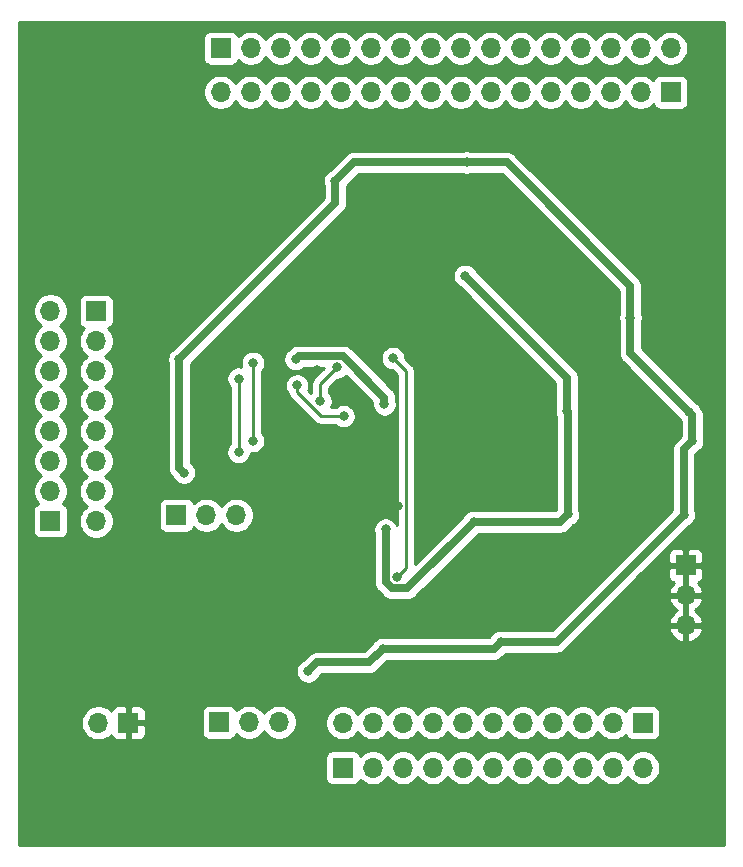
<source format=gbr>
%TF.GenerationSoftware,KiCad,Pcbnew,(5.1.6)-1*%
%TF.CreationDate,2020-09-22T22:19:12+03:00*%
%TF.ProjectId,Z80_devboard,5a38305f-6465-4766-926f-6172642e6b69,rev?*%
%TF.SameCoordinates,Original*%
%TF.FileFunction,Copper,L2,Bot*%
%TF.FilePolarity,Positive*%
%FSLAX46Y46*%
G04 Gerber Fmt 4.6, Leading zero omitted, Abs format (unit mm)*
G04 Created by KiCad (PCBNEW (5.1.6)-1) date 2020-09-22 22:19:12*
%MOMM*%
%LPD*%
G01*
G04 APERTURE LIST*
%TA.AperFunction,ComponentPad*%
%ADD10O,1.700000X1.700000*%
%TD*%
%TA.AperFunction,ComponentPad*%
%ADD11R,1.700000X1.700000*%
%TD*%
%TA.AperFunction,ViaPad*%
%ADD12C,0.800000*%
%TD*%
%TA.AperFunction,Conductor*%
%ADD13C,0.700000*%
%TD*%
%TA.AperFunction,Conductor*%
%ADD14C,0.250000*%
%TD*%
%TA.AperFunction,Conductor*%
%ADD15C,0.254000*%
%TD*%
G04 APERTURE END LIST*
D10*
%TO.P,J10,11*%
%TO.N,/~RESET*%
X128460500Y-115811300D03*
%TO.P,J10,10*%
%TO.N,/~M1*%
X125920500Y-115811300D03*
%TO.P,J10,9*%
%TO.N,/~RFSH*%
X123380500Y-115811300D03*
%TO.P,J10,8*%
%TO.N,/~WR*%
X120840500Y-115811300D03*
%TO.P,J10,7*%
%TO.N,/~RD*%
X118300500Y-115811300D03*
%TO.P,J10,6*%
%TO.N,/~IORQ*%
X115760500Y-115811300D03*
%TO.P,J10,5*%
%TO.N,/~MREQ*%
X113220500Y-115811300D03*
%TO.P,J10,4*%
%TO.N,/~HALT*%
X110680500Y-115811300D03*
%TO.P,J10,3*%
%TO.N,/~NMI*%
X108140500Y-115811300D03*
%TO.P,J10,2*%
%TO.N,/~INT*%
X105600500Y-115811300D03*
D11*
%TO.P,J10,1*%
%TO.N,/CLK*%
X103060500Y-115811300D03*
%TD*%
D10*
%TO.P,J9,16*%
%TO.N,/A0*%
X130822700Y-54889400D03*
%TO.P,J9,15*%
%TO.N,/A1*%
X128282700Y-54889400D03*
%TO.P,J9,14*%
%TO.N,/A2*%
X125742700Y-54889400D03*
%TO.P,J9,13*%
%TO.N,/A3*%
X123202700Y-54889400D03*
%TO.P,J9,12*%
%TO.N,/A4*%
X120662700Y-54889400D03*
%TO.P,J9,11*%
%TO.N,/A5*%
X118122700Y-54889400D03*
%TO.P,J9,10*%
%TO.N,/A6*%
X115582700Y-54889400D03*
%TO.P,J9,9*%
%TO.N,/A7*%
X113042700Y-54889400D03*
%TO.P,J9,8*%
%TO.N,/A8*%
X110502700Y-54889400D03*
%TO.P,J9,7*%
%TO.N,/A9*%
X107962700Y-54889400D03*
%TO.P,J9,6*%
%TO.N,/A10*%
X105422700Y-54889400D03*
%TO.P,J9,5*%
%TO.N,/A11*%
X102882700Y-54889400D03*
%TO.P,J9,4*%
%TO.N,/A12*%
X100342700Y-54889400D03*
%TO.P,J9,3*%
%TO.N,/A13*%
X97802700Y-54889400D03*
%TO.P,J9,2*%
%TO.N,/A14*%
X95262700Y-54889400D03*
D11*
%TO.P,J9,1*%
%TO.N,/A15*%
X92722700Y-54889400D03*
%TD*%
D10*
%TO.P,J8,8*%
%TO.N,/D0*%
X78308200Y-77127100D03*
%TO.P,J8,7*%
%TO.N,/D1*%
X78308200Y-79667100D03*
%TO.P,J8,6*%
%TO.N,/D2*%
X78308200Y-82207100D03*
%TO.P,J8,5*%
%TO.N,/D3*%
X78308200Y-84747100D03*
%TO.P,J8,4*%
%TO.N,/D4*%
X78308200Y-87287100D03*
%TO.P,J8,3*%
%TO.N,/D5*%
X78308200Y-89827100D03*
%TO.P,J8,2*%
%TO.N,/D6*%
X78308200Y-92367100D03*
D11*
%TO.P,J8,1*%
%TO.N,/D7*%
X78308200Y-94907100D03*
%TD*%
D10*
%TO.P,J7,3*%
%TO.N,GND*%
X132080000Y-103759000D03*
%TO.P,J7,2*%
X132080000Y-101219000D03*
D11*
%TO.P,J7,1*%
X132080000Y-98679000D03*
%TD*%
D10*
%TO.P,J6,3*%
%TO.N,+3V3*%
X97663000Y-111950500D03*
%TO.P,J6,2*%
X95123000Y-111950500D03*
D11*
%TO.P,J6,1*%
X92583000Y-111950500D03*
%TD*%
D10*
%TO.P,J5,3*%
%TO.N,+5V*%
X94043500Y-94424500D03*
%TO.P,J5,2*%
X91503500Y-94424500D03*
D11*
%TO.P,J5,1*%
X88963500Y-94424500D03*
%TD*%
D10*
%TO.P,J4,2*%
%TO.N,/+VIN*%
X82359500Y-112014000D03*
D11*
%TO.P,J4,1*%
%TO.N,GND*%
X84899500Y-112014000D03*
%TD*%
D10*
%TO.P,J3,11*%
%TO.N,/CLK*%
X103060500Y-112014000D03*
%TO.P,J3,10*%
%TO.N,/~INT*%
X105600500Y-112014000D03*
%TO.P,J3,9*%
%TO.N,/~NMI*%
X108140500Y-112014000D03*
%TO.P,J3,8*%
%TO.N,/~HALT*%
X110680500Y-112014000D03*
%TO.P,J3,7*%
%TO.N,/~MREQ*%
X113220500Y-112014000D03*
%TO.P,J3,6*%
%TO.N,/~IORQ*%
X115760500Y-112014000D03*
%TO.P,J3,5*%
%TO.N,/~RD*%
X118300500Y-112014000D03*
%TO.P,J3,4*%
%TO.N,/~WR*%
X120840500Y-112014000D03*
%TO.P,J3,3*%
%TO.N,/~RFSH*%
X123380500Y-112014000D03*
%TO.P,J3,2*%
%TO.N,/~M1*%
X125920500Y-112014000D03*
D11*
%TO.P,J3,1*%
%TO.N,/~RESET*%
X128460500Y-112014000D03*
%TD*%
D10*
%TO.P,J2,16*%
%TO.N,/A15*%
X92710000Y-58610500D03*
%TO.P,J2,15*%
%TO.N,/A14*%
X95250000Y-58610500D03*
%TO.P,J2,14*%
%TO.N,/A13*%
X97790000Y-58610500D03*
%TO.P,J2,13*%
%TO.N,/A12*%
X100330000Y-58610500D03*
%TO.P,J2,12*%
%TO.N,/A11*%
X102870000Y-58610500D03*
%TO.P,J2,11*%
%TO.N,/A10*%
X105410000Y-58610500D03*
%TO.P,J2,10*%
%TO.N,/A9*%
X107950000Y-58610500D03*
%TO.P,J2,9*%
%TO.N,/A8*%
X110490000Y-58610500D03*
%TO.P,J2,8*%
%TO.N,/A7*%
X113030000Y-58610500D03*
%TO.P,J2,7*%
%TO.N,/A6*%
X115570000Y-58610500D03*
%TO.P,J2,6*%
%TO.N,/A5*%
X118110000Y-58610500D03*
%TO.P,J2,5*%
%TO.N,/A4*%
X120650000Y-58610500D03*
%TO.P,J2,4*%
%TO.N,/A3*%
X123190000Y-58610500D03*
%TO.P,J2,3*%
%TO.N,/A2*%
X125730000Y-58610500D03*
%TO.P,J2,2*%
%TO.N,/A1*%
X128270000Y-58610500D03*
D11*
%TO.P,J2,1*%
%TO.N,/A0*%
X130810000Y-58610500D03*
%TD*%
D10*
%TO.P,J1,8*%
%TO.N,/D7*%
X82169000Y-94932500D03*
%TO.P,J1,7*%
%TO.N,/D6*%
X82169000Y-92392500D03*
%TO.P,J1,6*%
%TO.N,/D5*%
X82169000Y-89852500D03*
%TO.P,J1,5*%
%TO.N,/D4*%
X82169000Y-87312500D03*
%TO.P,J1,4*%
%TO.N,/D3*%
X82169000Y-84772500D03*
%TO.P,J1,3*%
%TO.N,/D2*%
X82169000Y-82232500D03*
%TO.P,J1,2*%
%TO.N,/D1*%
X82169000Y-79692500D03*
D11*
%TO.P,J1,1*%
%TO.N,/D0*%
X82169000Y-77152500D03*
%TD*%
D12*
%TO.N,GND*%
X123596400Y-78181200D03*
X123850400Y-86969600D03*
X119481600Y-87122000D03*
X114300000Y-97536000D03*
X92100400Y-100431600D03*
X92100400Y-105816400D03*
X93421200Y-103276400D03*
X99568000Y-103276400D03*
X98399600Y-103378000D03*
X133908800Y-84683600D03*
X112471200Y-62382400D03*
X133604000Y-93268800D03*
X107238800Y-107848400D03*
X106235500Y-73723500D03*
X87058500Y-82169000D03*
X120015000Y-93345000D03*
X120142000Y-84582000D03*
X107696000Y-93662500D03*
X100838000Y-82169000D03*
X112204500Y-76390500D03*
X83159600Y-98755200D03*
X81991200Y-98704400D03*
X80416400Y-98704400D03*
X80264000Y-99923600D03*
X80264000Y-100939600D03*
X98704400Y-87376000D03*
X101498400Y-74117200D03*
X95300800Y-70358000D03*
%TO.N,+5V*%
X106578400Y-85039200D03*
X114147600Y-94996000D03*
X122110500Y-94361000D03*
X122047000Y-85598000D03*
X106680000Y-95631000D03*
X99060000Y-81216500D03*
X113411000Y-74168000D03*
%TO.N,+3V3*%
X100126800Y-107645200D03*
X127406400Y-77724000D03*
X132384800Y-85699600D03*
X113538000Y-64566800D03*
X131927600Y-94386400D03*
X106426000Y-105765600D03*
X89217500Y-81216500D03*
X116433600Y-105156000D03*
X132638800Y-88138000D03*
X102412800Y-66141600D03*
X89611200Y-90830400D03*
%TO.N,/+5V_D1*%
X94234000Y-82867500D03*
X94234000Y-89090500D03*
%TO.N,/+5V_D0*%
X95444500Y-81530000D03*
X95444500Y-88134000D03*
%TO.N,/+5V_D2*%
X103124000Y-86042500D03*
X99187000Y-83439000D03*
%TO.N,/+5V_D4*%
X101155500Y-84772500D03*
X102552500Y-81915000D03*
%TO.N,/+5V_CLK*%
X107645200Y-99669600D03*
X107289600Y-81127600D03*
%TD*%
D13*
%TO.N,+5V*%
X108523999Y-100619601D02*
X114147600Y-94996000D01*
X107189199Y-100619601D02*
X108523999Y-100619601D01*
X106680000Y-100110402D02*
X107189199Y-100619601D01*
X106680000Y-95631000D02*
X106680000Y-100110402D01*
X121475500Y-94996000D02*
X122110500Y-94361000D01*
X114147600Y-94996000D02*
X121475500Y-94996000D01*
X122110500Y-85661500D02*
X122047000Y-85598000D01*
X122110500Y-94361000D02*
X122110500Y-85661500D01*
X122047000Y-82804000D02*
X113411000Y-74168000D01*
X122047000Y-85598000D02*
X122047000Y-82804000D01*
X106578400Y-84473515D02*
X106578400Y-85039200D01*
X99311501Y-80964999D02*
X103069884Y-80964999D01*
X103069884Y-80964999D02*
X106578400Y-84473515D01*
X99060000Y-81216500D02*
X99311501Y-80964999D01*
%TO.N,+3V3*%
X105293201Y-106898399D02*
X106426000Y-105765600D01*
X100873601Y-106898399D02*
X105293201Y-106898399D01*
X100126800Y-107645200D02*
X100873601Y-106898399D01*
X106426000Y-105765600D02*
X115824000Y-105765600D01*
X115824000Y-105765600D02*
X116433600Y-105156000D01*
X116433600Y-105156000D02*
X116433600Y-105156000D01*
X121158000Y-105156000D02*
X131927600Y-94386400D01*
X116433600Y-105156000D02*
X121158000Y-105156000D01*
X131927600Y-94386400D02*
X131927600Y-88849200D01*
X131927600Y-88849200D02*
X132638800Y-88138000D01*
X132638800Y-88138000D02*
X132638800Y-88138000D01*
X132638800Y-85953600D02*
X132384800Y-85699600D01*
X132638800Y-88138000D02*
X132638800Y-85953600D01*
X132384800Y-85699600D02*
X127406400Y-80721200D01*
X127406400Y-80721200D02*
X127406400Y-77724000D01*
X127406400Y-77724000D02*
X127406400Y-75031600D01*
X116941600Y-64566800D02*
X113538000Y-64566800D01*
X127406400Y-75031600D02*
X116941600Y-64566800D01*
X113538000Y-64566800D02*
X103987600Y-64566800D01*
X103987600Y-64566800D02*
X102412800Y-66141600D01*
X102412800Y-66141600D02*
X102412800Y-66141600D01*
X102412800Y-68021200D02*
X89217500Y-81216500D01*
X102412800Y-66141600D02*
X102412800Y-68021200D01*
X89217500Y-81216500D02*
X89217500Y-90436700D01*
X89217500Y-90436700D02*
X89611200Y-90830400D01*
X89611200Y-90830400D02*
X89611200Y-90830400D01*
D14*
%TO.N,/+5V_D1*%
X94234000Y-82867500D02*
X94234000Y-89090500D01*
X94234000Y-89090500D02*
X94234000Y-89090500D01*
%TO.N,/+5V_D0*%
X95444500Y-81530000D02*
X95444500Y-88134000D01*
X95444500Y-88134000D02*
X95444500Y-88261000D01*
%TO.N,/+5V_D2*%
X99187000Y-84004685D02*
X101224815Y-86042500D01*
X99187000Y-83439000D02*
X99187000Y-84004685D01*
X101224815Y-86042500D02*
X103124000Y-86042500D01*
%TO.N,/+5V_D4*%
X101155500Y-84772500D02*
X101155500Y-83312000D01*
X101155500Y-83312000D02*
X102552500Y-81915000D01*
X102552500Y-81915000D02*
X102552500Y-81915000D01*
%TO.N,/+5V_CLK*%
X108421001Y-98893799D02*
X108421001Y-82259001D01*
X107645200Y-99669600D02*
X108421001Y-98893799D01*
X108421001Y-82259001D02*
X107289600Y-81127600D01*
X107289600Y-81127600D02*
X107289600Y-81127600D01*
%TD*%
D15*
%TO.N,GND*%
G36*
X135340001Y-122340000D02*
G01*
X75660000Y-122340000D01*
X75660000Y-114961300D01*
X101572428Y-114961300D01*
X101572428Y-116661300D01*
X101584688Y-116785782D01*
X101620998Y-116905480D01*
X101679963Y-117015794D01*
X101759315Y-117112485D01*
X101856006Y-117191837D01*
X101966320Y-117250802D01*
X102086018Y-117287112D01*
X102210500Y-117299372D01*
X103910500Y-117299372D01*
X104034982Y-117287112D01*
X104154680Y-117250802D01*
X104264994Y-117191837D01*
X104361685Y-117112485D01*
X104441037Y-117015794D01*
X104500002Y-116905480D01*
X104522013Y-116832920D01*
X104653868Y-116964775D01*
X104897089Y-117127290D01*
X105167342Y-117239232D01*
X105454240Y-117296300D01*
X105746760Y-117296300D01*
X106033658Y-117239232D01*
X106303911Y-117127290D01*
X106547132Y-116964775D01*
X106753975Y-116757932D01*
X106870500Y-116583540D01*
X106987025Y-116757932D01*
X107193868Y-116964775D01*
X107437089Y-117127290D01*
X107707342Y-117239232D01*
X107994240Y-117296300D01*
X108286760Y-117296300D01*
X108573658Y-117239232D01*
X108843911Y-117127290D01*
X109087132Y-116964775D01*
X109293975Y-116757932D01*
X109410500Y-116583540D01*
X109527025Y-116757932D01*
X109733868Y-116964775D01*
X109977089Y-117127290D01*
X110247342Y-117239232D01*
X110534240Y-117296300D01*
X110826760Y-117296300D01*
X111113658Y-117239232D01*
X111383911Y-117127290D01*
X111627132Y-116964775D01*
X111833975Y-116757932D01*
X111950500Y-116583540D01*
X112067025Y-116757932D01*
X112273868Y-116964775D01*
X112517089Y-117127290D01*
X112787342Y-117239232D01*
X113074240Y-117296300D01*
X113366760Y-117296300D01*
X113653658Y-117239232D01*
X113923911Y-117127290D01*
X114167132Y-116964775D01*
X114373975Y-116757932D01*
X114490500Y-116583540D01*
X114607025Y-116757932D01*
X114813868Y-116964775D01*
X115057089Y-117127290D01*
X115327342Y-117239232D01*
X115614240Y-117296300D01*
X115906760Y-117296300D01*
X116193658Y-117239232D01*
X116463911Y-117127290D01*
X116707132Y-116964775D01*
X116913975Y-116757932D01*
X117030500Y-116583540D01*
X117147025Y-116757932D01*
X117353868Y-116964775D01*
X117597089Y-117127290D01*
X117867342Y-117239232D01*
X118154240Y-117296300D01*
X118446760Y-117296300D01*
X118733658Y-117239232D01*
X119003911Y-117127290D01*
X119247132Y-116964775D01*
X119453975Y-116757932D01*
X119570500Y-116583540D01*
X119687025Y-116757932D01*
X119893868Y-116964775D01*
X120137089Y-117127290D01*
X120407342Y-117239232D01*
X120694240Y-117296300D01*
X120986760Y-117296300D01*
X121273658Y-117239232D01*
X121543911Y-117127290D01*
X121787132Y-116964775D01*
X121993975Y-116757932D01*
X122110500Y-116583540D01*
X122227025Y-116757932D01*
X122433868Y-116964775D01*
X122677089Y-117127290D01*
X122947342Y-117239232D01*
X123234240Y-117296300D01*
X123526760Y-117296300D01*
X123813658Y-117239232D01*
X124083911Y-117127290D01*
X124327132Y-116964775D01*
X124533975Y-116757932D01*
X124650500Y-116583540D01*
X124767025Y-116757932D01*
X124973868Y-116964775D01*
X125217089Y-117127290D01*
X125487342Y-117239232D01*
X125774240Y-117296300D01*
X126066760Y-117296300D01*
X126353658Y-117239232D01*
X126623911Y-117127290D01*
X126867132Y-116964775D01*
X127073975Y-116757932D01*
X127190500Y-116583540D01*
X127307025Y-116757932D01*
X127513868Y-116964775D01*
X127757089Y-117127290D01*
X128027342Y-117239232D01*
X128314240Y-117296300D01*
X128606760Y-117296300D01*
X128893658Y-117239232D01*
X129163911Y-117127290D01*
X129407132Y-116964775D01*
X129613975Y-116757932D01*
X129776490Y-116514711D01*
X129888432Y-116244458D01*
X129945500Y-115957560D01*
X129945500Y-115665040D01*
X129888432Y-115378142D01*
X129776490Y-115107889D01*
X129613975Y-114864668D01*
X129407132Y-114657825D01*
X129163911Y-114495310D01*
X128893658Y-114383368D01*
X128606760Y-114326300D01*
X128314240Y-114326300D01*
X128027342Y-114383368D01*
X127757089Y-114495310D01*
X127513868Y-114657825D01*
X127307025Y-114864668D01*
X127190500Y-115039060D01*
X127073975Y-114864668D01*
X126867132Y-114657825D01*
X126623911Y-114495310D01*
X126353658Y-114383368D01*
X126066760Y-114326300D01*
X125774240Y-114326300D01*
X125487342Y-114383368D01*
X125217089Y-114495310D01*
X124973868Y-114657825D01*
X124767025Y-114864668D01*
X124650500Y-115039060D01*
X124533975Y-114864668D01*
X124327132Y-114657825D01*
X124083911Y-114495310D01*
X123813658Y-114383368D01*
X123526760Y-114326300D01*
X123234240Y-114326300D01*
X122947342Y-114383368D01*
X122677089Y-114495310D01*
X122433868Y-114657825D01*
X122227025Y-114864668D01*
X122110500Y-115039060D01*
X121993975Y-114864668D01*
X121787132Y-114657825D01*
X121543911Y-114495310D01*
X121273658Y-114383368D01*
X120986760Y-114326300D01*
X120694240Y-114326300D01*
X120407342Y-114383368D01*
X120137089Y-114495310D01*
X119893868Y-114657825D01*
X119687025Y-114864668D01*
X119570500Y-115039060D01*
X119453975Y-114864668D01*
X119247132Y-114657825D01*
X119003911Y-114495310D01*
X118733658Y-114383368D01*
X118446760Y-114326300D01*
X118154240Y-114326300D01*
X117867342Y-114383368D01*
X117597089Y-114495310D01*
X117353868Y-114657825D01*
X117147025Y-114864668D01*
X117030500Y-115039060D01*
X116913975Y-114864668D01*
X116707132Y-114657825D01*
X116463911Y-114495310D01*
X116193658Y-114383368D01*
X115906760Y-114326300D01*
X115614240Y-114326300D01*
X115327342Y-114383368D01*
X115057089Y-114495310D01*
X114813868Y-114657825D01*
X114607025Y-114864668D01*
X114490500Y-115039060D01*
X114373975Y-114864668D01*
X114167132Y-114657825D01*
X113923911Y-114495310D01*
X113653658Y-114383368D01*
X113366760Y-114326300D01*
X113074240Y-114326300D01*
X112787342Y-114383368D01*
X112517089Y-114495310D01*
X112273868Y-114657825D01*
X112067025Y-114864668D01*
X111950500Y-115039060D01*
X111833975Y-114864668D01*
X111627132Y-114657825D01*
X111383911Y-114495310D01*
X111113658Y-114383368D01*
X110826760Y-114326300D01*
X110534240Y-114326300D01*
X110247342Y-114383368D01*
X109977089Y-114495310D01*
X109733868Y-114657825D01*
X109527025Y-114864668D01*
X109410500Y-115039060D01*
X109293975Y-114864668D01*
X109087132Y-114657825D01*
X108843911Y-114495310D01*
X108573658Y-114383368D01*
X108286760Y-114326300D01*
X107994240Y-114326300D01*
X107707342Y-114383368D01*
X107437089Y-114495310D01*
X107193868Y-114657825D01*
X106987025Y-114864668D01*
X106870500Y-115039060D01*
X106753975Y-114864668D01*
X106547132Y-114657825D01*
X106303911Y-114495310D01*
X106033658Y-114383368D01*
X105746760Y-114326300D01*
X105454240Y-114326300D01*
X105167342Y-114383368D01*
X104897089Y-114495310D01*
X104653868Y-114657825D01*
X104522013Y-114789680D01*
X104500002Y-114717120D01*
X104441037Y-114606806D01*
X104361685Y-114510115D01*
X104264994Y-114430763D01*
X104154680Y-114371798D01*
X104034982Y-114335488D01*
X103910500Y-114323228D01*
X102210500Y-114323228D01*
X102086018Y-114335488D01*
X101966320Y-114371798D01*
X101856006Y-114430763D01*
X101759315Y-114510115D01*
X101679963Y-114606806D01*
X101620998Y-114717120D01*
X101584688Y-114836818D01*
X101572428Y-114961300D01*
X75660000Y-114961300D01*
X75660000Y-111867740D01*
X80874500Y-111867740D01*
X80874500Y-112160260D01*
X80931568Y-112447158D01*
X81043510Y-112717411D01*
X81206025Y-112960632D01*
X81412868Y-113167475D01*
X81656089Y-113329990D01*
X81926342Y-113441932D01*
X82213240Y-113499000D01*
X82505760Y-113499000D01*
X82792658Y-113441932D01*
X83062911Y-113329990D01*
X83306132Y-113167475D01*
X83437987Y-113035620D01*
X83459998Y-113108180D01*
X83518963Y-113218494D01*
X83598315Y-113315185D01*
X83695006Y-113394537D01*
X83805320Y-113453502D01*
X83925018Y-113489812D01*
X84049500Y-113502072D01*
X84613750Y-113499000D01*
X84772500Y-113340250D01*
X84772500Y-112141000D01*
X85026500Y-112141000D01*
X85026500Y-113340250D01*
X85185250Y-113499000D01*
X85749500Y-113502072D01*
X85873982Y-113489812D01*
X85993680Y-113453502D01*
X86103994Y-113394537D01*
X86200685Y-113315185D01*
X86280037Y-113218494D01*
X86339002Y-113108180D01*
X86375312Y-112988482D01*
X86387572Y-112864000D01*
X86384500Y-112299750D01*
X86225750Y-112141000D01*
X85026500Y-112141000D01*
X84772500Y-112141000D01*
X84752500Y-112141000D01*
X84752500Y-111887000D01*
X84772500Y-111887000D01*
X84772500Y-110687750D01*
X85026500Y-110687750D01*
X85026500Y-111887000D01*
X86225750Y-111887000D01*
X86384500Y-111728250D01*
X86387572Y-111164000D01*
X86381319Y-111100500D01*
X91094928Y-111100500D01*
X91094928Y-112800500D01*
X91107188Y-112924982D01*
X91143498Y-113044680D01*
X91202463Y-113154994D01*
X91281815Y-113251685D01*
X91378506Y-113331037D01*
X91488820Y-113390002D01*
X91608518Y-113426312D01*
X91733000Y-113438572D01*
X93433000Y-113438572D01*
X93557482Y-113426312D01*
X93677180Y-113390002D01*
X93787494Y-113331037D01*
X93884185Y-113251685D01*
X93963537Y-113154994D01*
X94022502Y-113044680D01*
X94044513Y-112972120D01*
X94176368Y-113103975D01*
X94419589Y-113266490D01*
X94689842Y-113378432D01*
X94976740Y-113435500D01*
X95269260Y-113435500D01*
X95556158Y-113378432D01*
X95826411Y-113266490D01*
X96069632Y-113103975D01*
X96276475Y-112897132D01*
X96393000Y-112722740D01*
X96509525Y-112897132D01*
X96716368Y-113103975D01*
X96959589Y-113266490D01*
X97229842Y-113378432D01*
X97516740Y-113435500D01*
X97809260Y-113435500D01*
X98096158Y-113378432D01*
X98366411Y-113266490D01*
X98609632Y-113103975D01*
X98816475Y-112897132D01*
X98978990Y-112653911D01*
X99090932Y-112383658D01*
X99148000Y-112096760D01*
X99148000Y-111867740D01*
X101575500Y-111867740D01*
X101575500Y-112160260D01*
X101632568Y-112447158D01*
X101744510Y-112717411D01*
X101907025Y-112960632D01*
X102113868Y-113167475D01*
X102357089Y-113329990D01*
X102627342Y-113441932D01*
X102914240Y-113499000D01*
X103206760Y-113499000D01*
X103493658Y-113441932D01*
X103763911Y-113329990D01*
X104007132Y-113167475D01*
X104213975Y-112960632D01*
X104330500Y-112786240D01*
X104447025Y-112960632D01*
X104653868Y-113167475D01*
X104897089Y-113329990D01*
X105167342Y-113441932D01*
X105454240Y-113499000D01*
X105746760Y-113499000D01*
X106033658Y-113441932D01*
X106303911Y-113329990D01*
X106547132Y-113167475D01*
X106753975Y-112960632D01*
X106870500Y-112786240D01*
X106987025Y-112960632D01*
X107193868Y-113167475D01*
X107437089Y-113329990D01*
X107707342Y-113441932D01*
X107994240Y-113499000D01*
X108286760Y-113499000D01*
X108573658Y-113441932D01*
X108843911Y-113329990D01*
X109087132Y-113167475D01*
X109293975Y-112960632D01*
X109410500Y-112786240D01*
X109527025Y-112960632D01*
X109733868Y-113167475D01*
X109977089Y-113329990D01*
X110247342Y-113441932D01*
X110534240Y-113499000D01*
X110826760Y-113499000D01*
X111113658Y-113441932D01*
X111383911Y-113329990D01*
X111627132Y-113167475D01*
X111833975Y-112960632D01*
X111950500Y-112786240D01*
X112067025Y-112960632D01*
X112273868Y-113167475D01*
X112517089Y-113329990D01*
X112787342Y-113441932D01*
X113074240Y-113499000D01*
X113366760Y-113499000D01*
X113653658Y-113441932D01*
X113923911Y-113329990D01*
X114167132Y-113167475D01*
X114373975Y-112960632D01*
X114490500Y-112786240D01*
X114607025Y-112960632D01*
X114813868Y-113167475D01*
X115057089Y-113329990D01*
X115327342Y-113441932D01*
X115614240Y-113499000D01*
X115906760Y-113499000D01*
X116193658Y-113441932D01*
X116463911Y-113329990D01*
X116707132Y-113167475D01*
X116913975Y-112960632D01*
X117030500Y-112786240D01*
X117147025Y-112960632D01*
X117353868Y-113167475D01*
X117597089Y-113329990D01*
X117867342Y-113441932D01*
X118154240Y-113499000D01*
X118446760Y-113499000D01*
X118733658Y-113441932D01*
X119003911Y-113329990D01*
X119247132Y-113167475D01*
X119453975Y-112960632D01*
X119570500Y-112786240D01*
X119687025Y-112960632D01*
X119893868Y-113167475D01*
X120137089Y-113329990D01*
X120407342Y-113441932D01*
X120694240Y-113499000D01*
X120986760Y-113499000D01*
X121273658Y-113441932D01*
X121543911Y-113329990D01*
X121787132Y-113167475D01*
X121993975Y-112960632D01*
X122110500Y-112786240D01*
X122227025Y-112960632D01*
X122433868Y-113167475D01*
X122677089Y-113329990D01*
X122947342Y-113441932D01*
X123234240Y-113499000D01*
X123526760Y-113499000D01*
X123813658Y-113441932D01*
X124083911Y-113329990D01*
X124327132Y-113167475D01*
X124533975Y-112960632D01*
X124650500Y-112786240D01*
X124767025Y-112960632D01*
X124973868Y-113167475D01*
X125217089Y-113329990D01*
X125487342Y-113441932D01*
X125774240Y-113499000D01*
X126066760Y-113499000D01*
X126353658Y-113441932D01*
X126623911Y-113329990D01*
X126867132Y-113167475D01*
X126998987Y-113035620D01*
X127020998Y-113108180D01*
X127079963Y-113218494D01*
X127159315Y-113315185D01*
X127256006Y-113394537D01*
X127366320Y-113453502D01*
X127486018Y-113489812D01*
X127610500Y-113502072D01*
X129310500Y-113502072D01*
X129434982Y-113489812D01*
X129554680Y-113453502D01*
X129664994Y-113394537D01*
X129761685Y-113315185D01*
X129841037Y-113218494D01*
X129900002Y-113108180D01*
X129936312Y-112988482D01*
X129948572Y-112864000D01*
X129948572Y-111164000D01*
X129936312Y-111039518D01*
X129900002Y-110919820D01*
X129841037Y-110809506D01*
X129761685Y-110712815D01*
X129664994Y-110633463D01*
X129554680Y-110574498D01*
X129434982Y-110538188D01*
X129310500Y-110525928D01*
X127610500Y-110525928D01*
X127486018Y-110538188D01*
X127366320Y-110574498D01*
X127256006Y-110633463D01*
X127159315Y-110712815D01*
X127079963Y-110809506D01*
X127020998Y-110919820D01*
X126998987Y-110992380D01*
X126867132Y-110860525D01*
X126623911Y-110698010D01*
X126353658Y-110586068D01*
X126066760Y-110529000D01*
X125774240Y-110529000D01*
X125487342Y-110586068D01*
X125217089Y-110698010D01*
X124973868Y-110860525D01*
X124767025Y-111067368D01*
X124650500Y-111241760D01*
X124533975Y-111067368D01*
X124327132Y-110860525D01*
X124083911Y-110698010D01*
X123813658Y-110586068D01*
X123526760Y-110529000D01*
X123234240Y-110529000D01*
X122947342Y-110586068D01*
X122677089Y-110698010D01*
X122433868Y-110860525D01*
X122227025Y-111067368D01*
X122110500Y-111241760D01*
X121993975Y-111067368D01*
X121787132Y-110860525D01*
X121543911Y-110698010D01*
X121273658Y-110586068D01*
X120986760Y-110529000D01*
X120694240Y-110529000D01*
X120407342Y-110586068D01*
X120137089Y-110698010D01*
X119893868Y-110860525D01*
X119687025Y-111067368D01*
X119570500Y-111241760D01*
X119453975Y-111067368D01*
X119247132Y-110860525D01*
X119003911Y-110698010D01*
X118733658Y-110586068D01*
X118446760Y-110529000D01*
X118154240Y-110529000D01*
X117867342Y-110586068D01*
X117597089Y-110698010D01*
X117353868Y-110860525D01*
X117147025Y-111067368D01*
X117030500Y-111241760D01*
X116913975Y-111067368D01*
X116707132Y-110860525D01*
X116463911Y-110698010D01*
X116193658Y-110586068D01*
X115906760Y-110529000D01*
X115614240Y-110529000D01*
X115327342Y-110586068D01*
X115057089Y-110698010D01*
X114813868Y-110860525D01*
X114607025Y-111067368D01*
X114490500Y-111241760D01*
X114373975Y-111067368D01*
X114167132Y-110860525D01*
X113923911Y-110698010D01*
X113653658Y-110586068D01*
X113366760Y-110529000D01*
X113074240Y-110529000D01*
X112787342Y-110586068D01*
X112517089Y-110698010D01*
X112273868Y-110860525D01*
X112067025Y-111067368D01*
X111950500Y-111241760D01*
X111833975Y-111067368D01*
X111627132Y-110860525D01*
X111383911Y-110698010D01*
X111113658Y-110586068D01*
X110826760Y-110529000D01*
X110534240Y-110529000D01*
X110247342Y-110586068D01*
X109977089Y-110698010D01*
X109733868Y-110860525D01*
X109527025Y-111067368D01*
X109410500Y-111241760D01*
X109293975Y-111067368D01*
X109087132Y-110860525D01*
X108843911Y-110698010D01*
X108573658Y-110586068D01*
X108286760Y-110529000D01*
X107994240Y-110529000D01*
X107707342Y-110586068D01*
X107437089Y-110698010D01*
X107193868Y-110860525D01*
X106987025Y-111067368D01*
X106870500Y-111241760D01*
X106753975Y-111067368D01*
X106547132Y-110860525D01*
X106303911Y-110698010D01*
X106033658Y-110586068D01*
X105746760Y-110529000D01*
X105454240Y-110529000D01*
X105167342Y-110586068D01*
X104897089Y-110698010D01*
X104653868Y-110860525D01*
X104447025Y-111067368D01*
X104330500Y-111241760D01*
X104213975Y-111067368D01*
X104007132Y-110860525D01*
X103763911Y-110698010D01*
X103493658Y-110586068D01*
X103206760Y-110529000D01*
X102914240Y-110529000D01*
X102627342Y-110586068D01*
X102357089Y-110698010D01*
X102113868Y-110860525D01*
X101907025Y-111067368D01*
X101744510Y-111310589D01*
X101632568Y-111580842D01*
X101575500Y-111867740D01*
X99148000Y-111867740D01*
X99148000Y-111804240D01*
X99090932Y-111517342D01*
X98978990Y-111247089D01*
X98816475Y-111003868D01*
X98609632Y-110797025D01*
X98366411Y-110634510D01*
X98096158Y-110522568D01*
X97809260Y-110465500D01*
X97516740Y-110465500D01*
X97229842Y-110522568D01*
X96959589Y-110634510D01*
X96716368Y-110797025D01*
X96509525Y-111003868D01*
X96393000Y-111178260D01*
X96276475Y-111003868D01*
X96069632Y-110797025D01*
X95826411Y-110634510D01*
X95556158Y-110522568D01*
X95269260Y-110465500D01*
X94976740Y-110465500D01*
X94689842Y-110522568D01*
X94419589Y-110634510D01*
X94176368Y-110797025D01*
X94044513Y-110928880D01*
X94022502Y-110856320D01*
X93963537Y-110746006D01*
X93884185Y-110649315D01*
X93787494Y-110569963D01*
X93677180Y-110510998D01*
X93557482Y-110474688D01*
X93433000Y-110462428D01*
X91733000Y-110462428D01*
X91608518Y-110474688D01*
X91488820Y-110510998D01*
X91378506Y-110569963D01*
X91281815Y-110649315D01*
X91202463Y-110746006D01*
X91143498Y-110856320D01*
X91107188Y-110976018D01*
X91094928Y-111100500D01*
X86381319Y-111100500D01*
X86375312Y-111039518D01*
X86339002Y-110919820D01*
X86280037Y-110809506D01*
X86200685Y-110712815D01*
X86103994Y-110633463D01*
X85993680Y-110574498D01*
X85873982Y-110538188D01*
X85749500Y-110525928D01*
X85185250Y-110529000D01*
X85026500Y-110687750D01*
X84772500Y-110687750D01*
X84613750Y-110529000D01*
X84049500Y-110525928D01*
X83925018Y-110538188D01*
X83805320Y-110574498D01*
X83695006Y-110633463D01*
X83598315Y-110712815D01*
X83518963Y-110809506D01*
X83459998Y-110919820D01*
X83437987Y-110992380D01*
X83306132Y-110860525D01*
X83062911Y-110698010D01*
X82792658Y-110586068D01*
X82505760Y-110529000D01*
X82213240Y-110529000D01*
X81926342Y-110586068D01*
X81656089Y-110698010D01*
X81412868Y-110860525D01*
X81206025Y-111067368D01*
X81043510Y-111310589D01*
X80931568Y-111580842D01*
X80874500Y-111867740D01*
X75660000Y-111867740D01*
X75660000Y-94057100D01*
X76820128Y-94057100D01*
X76820128Y-95757100D01*
X76832388Y-95881582D01*
X76868698Y-96001280D01*
X76927663Y-96111594D01*
X77007015Y-96208285D01*
X77103706Y-96287637D01*
X77214020Y-96346602D01*
X77333718Y-96382912D01*
X77458200Y-96395172D01*
X79158200Y-96395172D01*
X79282682Y-96382912D01*
X79402380Y-96346602D01*
X79512694Y-96287637D01*
X79609385Y-96208285D01*
X79688737Y-96111594D01*
X79747702Y-96001280D01*
X79784012Y-95881582D01*
X79796272Y-95757100D01*
X79796272Y-94057100D01*
X79784012Y-93932618D01*
X79747702Y-93812920D01*
X79688737Y-93702606D01*
X79609385Y-93605915D01*
X79512694Y-93526563D01*
X79402380Y-93467598D01*
X79329820Y-93445587D01*
X79461675Y-93313732D01*
X79624190Y-93070511D01*
X79736132Y-92800258D01*
X79793200Y-92513360D01*
X79793200Y-92220840D01*
X79736132Y-91933942D01*
X79624190Y-91663689D01*
X79461675Y-91420468D01*
X79254832Y-91213625D01*
X79080440Y-91097100D01*
X79254832Y-90980575D01*
X79461675Y-90773732D01*
X79624190Y-90530511D01*
X79736132Y-90260258D01*
X79793200Y-89973360D01*
X79793200Y-89680840D01*
X79736132Y-89393942D01*
X79624190Y-89123689D01*
X79461675Y-88880468D01*
X79254832Y-88673625D01*
X79080440Y-88557100D01*
X79254832Y-88440575D01*
X79461675Y-88233732D01*
X79624190Y-87990511D01*
X79736132Y-87720258D01*
X79793200Y-87433360D01*
X79793200Y-87140840D01*
X79736132Y-86853942D01*
X79624190Y-86583689D01*
X79461675Y-86340468D01*
X79254832Y-86133625D01*
X79080440Y-86017100D01*
X79254832Y-85900575D01*
X79461675Y-85693732D01*
X79624190Y-85450511D01*
X79736132Y-85180258D01*
X79793200Y-84893360D01*
X79793200Y-84600840D01*
X79736132Y-84313942D01*
X79624190Y-84043689D01*
X79461675Y-83800468D01*
X79254832Y-83593625D01*
X79080440Y-83477100D01*
X79254832Y-83360575D01*
X79461675Y-83153732D01*
X79624190Y-82910511D01*
X79736132Y-82640258D01*
X79793200Y-82353360D01*
X79793200Y-82060840D01*
X79736132Y-81773942D01*
X79624190Y-81503689D01*
X79461675Y-81260468D01*
X79254832Y-81053625D01*
X79080440Y-80937100D01*
X79254832Y-80820575D01*
X79461675Y-80613732D01*
X79624190Y-80370511D01*
X79736132Y-80100258D01*
X79793200Y-79813360D01*
X79793200Y-79520840D01*
X79736132Y-79233942D01*
X79624190Y-78963689D01*
X79461675Y-78720468D01*
X79254832Y-78513625D01*
X79080440Y-78397100D01*
X79254832Y-78280575D01*
X79461675Y-78073732D01*
X79624190Y-77830511D01*
X79736132Y-77560258D01*
X79793200Y-77273360D01*
X79793200Y-76980840D01*
X79736132Y-76693942D01*
X79624190Y-76423689D01*
X79543215Y-76302500D01*
X80680928Y-76302500D01*
X80680928Y-78002500D01*
X80693188Y-78126982D01*
X80729498Y-78246680D01*
X80788463Y-78356994D01*
X80867815Y-78453685D01*
X80964506Y-78533037D01*
X81074820Y-78592002D01*
X81147380Y-78614013D01*
X81015525Y-78745868D01*
X80853010Y-78989089D01*
X80741068Y-79259342D01*
X80684000Y-79546240D01*
X80684000Y-79838760D01*
X80741068Y-80125658D01*
X80853010Y-80395911D01*
X81015525Y-80639132D01*
X81222368Y-80845975D01*
X81396760Y-80962500D01*
X81222368Y-81079025D01*
X81015525Y-81285868D01*
X80853010Y-81529089D01*
X80741068Y-81799342D01*
X80684000Y-82086240D01*
X80684000Y-82378760D01*
X80741068Y-82665658D01*
X80853010Y-82935911D01*
X81015525Y-83179132D01*
X81222368Y-83385975D01*
X81396760Y-83502500D01*
X81222368Y-83619025D01*
X81015525Y-83825868D01*
X80853010Y-84069089D01*
X80741068Y-84339342D01*
X80684000Y-84626240D01*
X80684000Y-84918760D01*
X80741068Y-85205658D01*
X80853010Y-85475911D01*
X81015525Y-85719132D01*
X81222368Y-85925975D01*
X81396760Y-86042500D01*
X81222368Y-86159025D01*
X81015525Y-86365868D01*
X80853010Y-86609089D01*
X80741068Y-86879342D01*
X80684000Y-87166240D01*
X80684000Y-87458760D01*
X80741068Y-87745658D01*
X80853010Y-88015911D01*
X81015525Y-88259132D01*
X81222368Y-88465975D01*
X81396760Y-88582500D01*
X81222368Y-88699025D01*
X81015525Y-88905868D01*
X80853010Y-89149089D01*
X80741068Y-89419342D01*
X80684000Y-89706240D01*
X80684000Y-89998760D01*
X80741068Y-90285658D01*
X80853010Y-90555911D01*
X81015525Y-90799132D01*
X81222368Y-91005975D01*
X81396760Y-91122500D01*
X81222368Y-91239025D01*
X81015525Y-91445868D01*
X80853010Y-91689089D01*
X80741068Y-91959342D01*
X80684000Y-92246240D01*
X80684000Y-92538760D01*
X80741068Y-92825658D01*
X80853010Y-93095911D01*
X81015525Y-93339132D01*
X81222368Y-93545975D01*
X81396760Y-93662500D01*
X81222368Y-93779025D01*
X81015525Y-93985868D01*
X80853010Y-94229089D01*
X80741068Y-94499342D01*
X80684000Y-94786240D01*
X80684000Y-95078760D01*
X80741068Y-95365658D01*
X80853010Y-95635911D01*
X81015525Y-95879132D01*
X81222368Y-96085975D01*
X81465589Y-96248490D01*
X81735842Y-96360432D01*
X82022740Y-96417500D01*
X82315260Y-96417500D01*
X82602158Y-96360432D01*
X82872411Y-96248490D01*
X83115632Y-96085975D01*
X83322475Y-95879132D01*
X83484990Y-95635911D01*
X83596932Y-95365658D01*
X83654000Y-95078760D01*
X83654000Y-94786240D01*
X83596932Y-94499342D01*
X83484990Y-94229089D01*
X83322475Y-93985868D01*
X83115632Y-93779025D01*
X82941240Y-93662500D01*
X83072941Y-93574500D01*
X87475428Y-93574500D01*
X87475428Y-95274500D01*
X87487688Y-95398982D01*
X87523998Y-95518680D01*
X87582963Y-95628994D01*
X87662315Y-95725685D01*
X87759006Y-95805037D01*
X87869320Y-95864002D01*
X87989018Y-95900312D01*
X88113500Y-95912572D01*
X89813500Y-95912572D01*
X89937982Y-95900312D01*
X90057680Y-95864002D01*
X90167994Y-95805037D01*
X90264685Y-95725685D01*
X90344037Y-95628994D01*
X90403002Y-95518680D01*
X90425013Y-95446120D01*
X90556868Y-95577975D01*
X90800089Y-95740490D01*
X91070342Y-95852432D01*
X91357240Y-95909500D01*
X91649760Y-95909500D01*
X91936658Y-95852432D01*
X92206911Y-95740490D01*
X92450132Y-95577975D01*
X92656975Y-95371132D01*
X92773500Y-95196740D01*
X92890025Y-95371132D01*
X93096868Y-95577975D01*
X93340089Y-95740490D01*
X93610342Y-95852432D01*
X93897240Y-95909500D01*
X94189760Y-95909500D01*
X94476658Y-95852432D01*
X94746911Y-95740490D01*
X94990132Y-95577975D01*
X95039046Y-95529061D01*
X105645000Y-95529061D01*
X105645000Y-95732939D01*
X105684774Y-95932898D01*
X105695000Y-95957586D01*
X105695001Y-100062012D01*
X105690235Y-100110402D01*
X105709253Y-100303495D01*
X105765576Y-100489168D01*
X105765577Y-100489169D01*
X105857041Y-100660286D01*
X105980131Y-100810272D01*
X106017712Y-100841114D01*
X106458479Y-101281880D01*
X106489329Y-101319471D01*
X106639315Y-101442561D01*
X106810432Y-101534025D01*
X106996105Y-101590348D01*
X107189198Y-101609366D01*
X107237578Y-101604601D01*
X108475619Y-101604601D01*
X108523999Y-101609366D01*
X108572379Y-101604601D01*
X108717093Y-101590348D01*
X108902766Y-101534025D01*
X109073883Y-101442561D01*
X109223869Y-101319471D01*
X109254715Y-101281885D01*
X114555601Y-95981000D01*
X121427120Y-95981000D01*
X121475500Y-95985765D01*
X121523880Y-95981000D01*
X121668594Y-95966747D01*
X121854267Y-95910424D01*
X122025384Y-95818960D01*
X122175370Y-95695870D01*
X122206216Y-95658284D01*
X122576069Y-95288431D01*
X122600756Y-95278205D01*
X122770274Y-95164937D01*
X122914437Y-95020774D01*
X123027705Y-94851256D01*
X123105726Y-94662898D01*
X123145500Y-94462939D01*
X123145500Y-94259061D01*
X123105726Y-94059102D01*
X123095500Y-94034414D01*
X123095500Y-85709880D01*
X123100265Y-85661500D01*
X123087260Y-85529456D01*
X123081247Y-85468406D01*
X123067456Y-85422943D01*
X123042226Y-85296102D01*
X123032000Y-85271414D01*
X123032000Y-82852379D01*
X123036765Y-82803999D01*
X123017747Y-82610905D01*
X122999650Y-82551247D01*
X122961424Y-82425233D01*
X122869960Y-82254116D01*
X122746870Y-82104130D01*
X122709284Y-82073284D01*
X114338431Y-73702431D01*
X114328205Y-73677744D01*
X114214937Y-73508226D01*
X114070774Y-73364063D01*
X113901256Y-73250795D01*
X113712898Y-73172774D01*
X113512939Y-73133000D01*
X113309061Y-73133000D01*
X113109102Y-73172774D01*
X112920744Y-73250795D01*
X112751226Y-73364063D01*
X112607063Y-73508226D01*
X112493795Y-73677744D01*
X112415774Y-73866102D01*
X112376000Y-74066061D01*
X112376000Y-74269939D01*
X112415774Y-74469898D01*
X112493795Y-74658256D01*
X112607063Y-74827774D01*
X112751226Y-74971937D01*
X112920744Y-75085205D01*
X112945431Y-75095431D01*
X121062001Y-83212001D01*
X121062000Y-85271414D01*
X121051774Y-85296102D01*
X121012000Y-85496061D01*
X121012000Y-85699939D01*
X121051774Y-85899898D01*
X121125501Y-86077889D01*
X121125500Y-93953000D01*
X121067500Y-94011000D01*
X114474186Y-94011000D01*
X114449498Y-94000774D01*
X114249539Y-93961000D01*
X114045661Y-93961000D01*
X113845702Y-94000774D01*
X113657344Y-94078795D01*
X113487826Y-94192063D01*
X113343663Y-94336226D01*
X113230395Y-94505744D01*
X113220170Y-94530429D01*
X109181001Y-98569599D01*
X109181001Y-82296326D01*
X109184677Y-82259001D01*
X109181001Y-82221676D01*
X109181001Y-82221668D01*
X109170004Y-82110015D01*
X109126547Y-81966754D01*
X109055975Y-81834725D01*
X108961002Y-81719000D01*
X108932004Y-81695202D01*
X108324600Y-81087799D01*
X108324600Y-81025661D01*
X108284826Y-80825702D01*
X108206805Y-80637344D01*
X108093537Y-80467826D01*
X107949374Y-80323663D01*
X107779856Y-80210395D01*
X107591498Y-80132374D01*
X107391539Y-80092600D01*
X107187661Y-80092600D01*
X106987702Y-80132374D01*
X106799344Y-80210395D01*
X106629826Y-80323663D01*
X106485663Y-80467826D01*
X106372395Y-80637344D01*
X106294374Y-80825702D01*
X106254600Y-81025661D01*
X106254600Y-81229539D01*
X106294374Y-81429498D01*
X106372395Y-81617856D01*
X106485663Y-81787374D01*
X106629826Y-81931537D01*
X106799344Y-82044805D01*
X106987702Y-82122826D01*
X107187661Y-82162600D01*
X107249799Y-82162600D01*
X107661002Y-82573804D01*
X107661001Y-95294761D01*
X107597205Y-95140744D01*
X107483937Y-94971226D01*
X107339774Y-94827063D01*
X107170256Y-94713795D01*
X106981898Y-94635774D01*
X106781939Y-94596000D01*
X106578061Y-94596000D01*
X106378102Y-94635774D01*
X106189744Y-94713795D01*
X106020226Y-94827063D01*
X105876063Y-94971226D01*
X105762795Y-95140744D01*
X105684774Y-95329102D01*
X105645000Y-95529061D01*
X95039046Y-95529061D01*
X95196975Y-95371132D01*
X95359490Y-95127911D01*
X95471432Y-94857658D01*
X95528500Y-94570760D01*
X95528500Y-94278240D01*
X95471432Y-93991342D01*
X95359490Y-93721089D01*
X95196975Y-93477868D01*
X94990132Y-93271025D01*
X94746911Y-93108510D01*
X94476658Y-92996568D01*
X94189760Y-92939500D01*
X93897240Y-92939500D01*
X93610342Y-92996568D01*
X93340089Y-93108510D01*
X93096868Y-93271025D01*
X92890025Y-93477868D01*
X92773500Y-93652260D01*
X92656975Y-93477868D01*
X92450132Y-93271025D01*
X92206911Y-93108510D01*
X91936658Y-92996568D01*
X91649760Y-92939500D01*
X91357240Y-92939500D01*
X91070342Y-92996568D01*
X90800089Y-93108510D01*
X90556868Y-93271025D01*
X90425013Y-93402880D01*
X90403002Y-93330320D01*
X90344037Y-93220006D01*
X90264685Y-93123315D01*
X90167994Y-93043963D01*
X90057680Y-92984998D01*
X89937982Y-92948688D01*
X89813500Y-92936428D01*
X88113500Y-92936428D01*
X87989018Y-92948688D01*
X87869320Y-92984998D01*
X87759006Y-93043963D01*
X87662315Y-93123315D01*
X87582963Y-93220006D01*
X87523998Y-93330320D01*
X87487688Y-93450018D01*
X87475428Y-93574500D01*
X83072941Y-93574500D01*
X83115632Y-93545975D01*
X83322475Y-93339132D01*
X83484990Y-93095911D01*
X83596932Y-92825658D01*
X83654000Y-92538760D01*
X83654000Y-92246240D01*
X83596932Y-91959342D01*
X83484990Y-91689089D01*
X83322475Y-91445868D01*
X83115632Y-91239025D01*
X82941240Y-91122500D01*
X83115632Y-91005975D01*
X83322475Y-90799132D01*
X83484990Y-90555911D01*
X83596932Y-90285658D01*
X83654000Y-89998760D01*
X83654000Y-89706240D01*
X83596932Y-89419342D01*
X83484990Y-89149089D01*
X83322475Y-88905868D01*
X83115632Y-88699025D01*
X82941240Y-88582500D01*
X83115632Y-88465975D01*
X83322475Y-88259132D01*
X83484990Y-88015911D01*
X83596932Y-87745658D01*
X83654000Y-87458760D01*
X83654000Y-87166240D01*
X83596932Y-86879342D01*
X83484990Y-86609089D01*
X83322475Y-86365868D01*
X83115632Y-86159025D01*
X82941240Y-86042500D01*
X83115632Y-85925975D01*
X83322475Y-85719132D01*
X83484990Y-85475911D01*
X83596932Y-85205658D01*
X83654000Y-84918760D01*
X83654000Y-84626240D01*
X83596932Y-84339342D01*
X83484990Y-84069089D01*
X83322475Y-83825868D01*
X83115632Y-83619025D01*
X82941240Y-83502500D01*
X83115632Y-83385975D01*
X83322475Y-83179132D01*
X83484990Y-82935911D01*
X83596932Y-82665658D01*
X83654000Y-82378760D01*
X83654000Y-82086240D01*
X83596932Y-81799342D01*
X83484990Y-81529089D01*
X83322475Y-81285868D01*
X83151168Y-81114561D01*
X88182500Y-81114561D01*
X88182500Y-81318439D01*
X88222274Y-81518398D01*
X88232500Y-81543086D01*
X88232501Y-90388310D01*
X88227735Y-90436700D01*
X88246753Y-90629793D01*
X88303076Y-90815466D01*
X88338693Y-90882100D01*
X88394541Y-90986584D01*
X88517631Y-91136570D01*
X88555211Y-91167411D01*
X88683769Y-91295969D01*
X88693995Y-91320656D01*
X88807263Y-91490174D01*
X88951426Y-91634337D01*
X89120944Y-91747605D01*
X89309302Y-91825626D01*
X89509261Y-91865400D01*
X89713139Y-91865400D01*
X89913098Y-91825626D01*
X90101456Y-91747605D01*
X90270974Y-91634337D01*
X90415137Y-91490174D01*
X90528405Y-91320656D01*
X90606426Y-91132298D01*
X90646200Y-90932339D01*
X90646200Y-90728461D01*
X90606426Y-90528502D01*
X90528405Y-90340144D01*
X90415137Y-90170626D01*
X90270974Y-90026463D01*
X90202500Y-89980710D01*
X90202500Y-82765561D01*
X93199000Y-82765561D01*
X93199000Y-82969439D01*
X93238774Y-83169398D01*
X93316795Y-83357756D01*
X93430063Y-83527274D01*
X93474000Y-83571211D01*
X93474001Y-88386788D01*
X93430063Y-88430726D01*
X93316795Y-88600244D01*
X93238774Y-88788602D01*
X93199000Y-88988561D01*
X93199000Y-89192439D01*
X93238774Y-89392398D01*
X93316795Y-89580756D01*
X93430063Y-89750274D01*
X93574226Y-89894437D01*
X93743744Y-90007705D01*
X93932102Y-90085726D01*
X94132061Y-90125500D01*
X94335939Y-90125500D01*
X94535898Y-90085726D01*
X94724256Y-90007705D01*
X94893774Y-89894437D01*
X95037937Y-89750274D01*
X95151205Y-89580756D01*
X95229226Y-89392398D01*
X95269000Y-89192439D01*
X95269000Y-89154368D01*
X95342561Y-89169000D01*
X95546439Y-89169000D01*
X95746398Y-89129226D01*
X95934756Y-89051205D01*
X96104274Y-88937937D01*
X96248437Y-88793774D01*
X96361705Y-88624256D01*
X96439726Y-88435898D01*
X96479500Y-88235939D01*
X96479500Y-88032061D01*
X96439726Y-87832102D01*
X96361705Y-87643744D01*
X96248437Y-87474226D01*
X96204500Y-87430289D01*
X96204500Y-82233711D01*
X96248437Y-82189774D01*
X96361705Y-82020256D01*
X96439726Y-81831898D01*
X96479500Y-81631939D01*
X96479500Y-81428061D01*
X96439726Y-81228102D01*
X96392696Y-81114561D01*
X98025000Y-81114561D01*
X98025000Y-81318439D01*
X98064774Y-81518398D01*
X98142795Y-81706756D01*
X98256063Y-81876274D01*
X98400226Y-82020437D01*
X98569744Y-82133705D01*
X98758102Y-82211726D01*
X98958061Y-82251500D01*
X99161939Y-82251500D01*
X99361898Y-82211726D01*
X99550256Y-82133705D01*
X99719774Y-82020437D01*
X99790212Y-81949999D01*
X101442699Y-81949999D01*
X100644498Y-82748201D01*
X100615500Y-82771999D01*
X100591702Y-82800997D01*
X100591701Y-82800998D01*
X100520526Y-82887724D01*
X100449954Y-83019754D01*
X100419680Y-83119558D01*
X100406498Y-83163014D01*
X100404553Y-83182766D01*
X100391824Y-83312000D01*
X100395501Y-83349332D01*
X100395500Y-84068789D01*
X100360703Y-84103586D01*
X100128271Y-83871155D01*
X100182226Y-83740898D01*
X100222000Y-83540939D01*
X100222000Y-83337061D01*
X100182226Y-83137102D01*
X100104205Y-82948744D01*
X99990937Y-82779226D01*
X99846774Y-82635063D01*
X99677256Y-82521795D01*
X99488898Y-82443774D01*
X99288939Y-82404000D01*
X99085061Y-82404000D01*
X98885102Y-82443774D01*
X98696744Y-82521795D01*
X98527226Y-82635063D01*
X98383063Y-82779226D01*
X98269795Y-82948744D01*
X98191774Y-83137102D01*
X98152000Y-83337061D01*
X98152000Y-83540939D01*
X98191774Y-83740898D01*
X98269795Y-83929256D01*
X98383063Y-84098774D01*
X98438013Y-84153724D01*
X98481454Y-84296932D01*
X98504123Y-84339342D01*
X98552026Y-84428961D01*
X98623201Y-84515687D01*
X98647000Y-84544686D01*
X98675998Y-84568484D01*
X100661016Y-86553503D01*
X100684814Y-86582501D01*
X100713812Y-86606299D01*
X100800539Y-86677474D01*
X100932568Y-86748046D01*
X101075829Y-86791503D01*
X101224815Y-86806177D01*
X101262148Y-86802500D01*
X102420289Y-86802500D01*
X102464226Y-86846437D01*
X102633744Y-86959705D01*
X102822102Y-87037726D01*
X103022061Y-87077500D01*
X103225939Y-87077500D01*
X103425898Y-87037726D01*
X103614256Y-86959705D01*
X103783774Y-86846437D01*
X103927937Y-86702274D01*
X104041205Y-86532756D01*
X104119226Y-86344398D01*
X104159000Y-86144439D01*
X104159000Y-85940561D01*
X104119226Y-85740602D01*
X104041205Y-85552244D01*
X103927937Y-85382726D01*
X103783774Y-85238563D01*
X103614256Y-85125295D01*
X103425898Y-85047274D01*
X103225939Y-85007500D01*
X103022061Y-85007500D01*
X102822102Y-85047274D01*
X102633744Y-85125295D01*
X102464226Y-85238563D01*
X102420289Y-85282500D01*
X102059513Y-85282500D01*
X102072705Y-85262756D01*
X102150726Y-85074398D01*
X102190500Y-84874439D01*
X102190500Y-84670561D01*
X102150726Y-84470602D01*
X102072705Y-84282244D01*
X101959437Y-84112726D01*
X101915500Y-84068789D01*
X101915500Y-83626801D01*
X102592302Y-82950000D01*
X102654439Y-82950000D01*
X102854398Y-82910226D01*
X103042756Y-82832205D01*
X103212274Y-82718937D01*
X103321548Y-82609663D01*
X105560944Y-84849060D01*
X105543400Y-84937261D01*
X105543400Y-85141139D01*
X105583174Y-85341098D01*
X105661195Y-85529456D01*
X105774463Y-85698974D01*
X105918626Y-85843137D01*
X106088144Y-85956405D01*
X106276502Y-86034426D01*
X106476461Y-86074200D01*
X106680339Y-86074200D01*
X106880298Y-86034426D01*
X107068656Y-85956405D01*
X107238174Y-85843137D01*
X107382337Y-85698974D01*
X107495605Y-85529456D01*
X107573626Y-85341098D01*
X107613400Y-85141139D01*
X107613400Y-84937261D01*
X107573626Y-84737302D01*
X107563400Y-84712614D01*
X107563400Y-84521895D01*
X107568165Y-84473515D01*
X107549147Y-84280421D01*
X107492824Y-84094748D01*
X107474786Y-84061002D01*
X107401360Y-83923631D01*
X107278270Y-83773645D01*
X107240690Y-83742804D01*
X103800600Y-80302715D01*
X103769754Y-80265129D01*
X103619768Y-80142039D01*
X103448651Y-80050575D01*
X103262978Y-79994252D01*
X103118264Y-79979999D01*
X103069884Y-79975234D01*
X103021504Y-79979999D01*
X99359880Y-79979999D01*
X99311500Y-79975234D01*
X99156603Y-79990490D01*
X99118407Y-79994252D01*
X98932734Y-80050575D01*
X98761617Y-80142039D01*
X98611631Y-80265129D01*
X98590723Y-80290605D01*
X98569744Y-80299295D01*
X98400226Y-80412563D01*
X98256063Y-80556726D01*
X98142795Y-80726244D01*
X98064774Y-80914602D01*
X98025000Y-81114561D01*
X96392696Y-81114561D01*
X96361705Y-81039744D01*
X96248437Y-80870226D01*
X96104274Y-80726063D01*
X95934756Y-80612795D01*
X95746398Y-80534774D01*
X95546439Y-80495000D01*
X95342561Y-80495000D01*
X95142602Y-80534774D01*
X94954244Y-80612795D01*
X94784726Y-80726063D01*
X94640563Y-80870226D01*
X94527295Y-81039744D01*
X94449274Y-81228102D01*
X94409500Y-81428061D01*
X94409500Y-81631939D01*
X94449274Y-81831898D01*
X94459722Y-81857122D01*
X94335939Y-81832500D01*
X94132061Y-81832500D01*
X93932102Y-81872274D01*
X93743744Y-81950295D01*
X93574226Y-82063563D01*
X93430063Y-82207726D01*
X93316795Y-82377244D01*
X93238774Y-82565602D01*
X93199000Y-82765561D01*
X90202500Y-82765561D01*
X90202500Y-81624500D01*
X103075084Y-68751916D01*
X103112670Y-68721070D01*
X103235760Y-68571084D01*
X103327224Y-68399967D01*
X103383547Y-68214294D01*
X103397800Y-68069580D01*
X103402565Y-68021201D01*
X103397800Y-67972821D01*
X103397800Y-66549600D01*
X104395601Y-65551800D01*
X113211414Y-65551800D01*
X113236102Y-65562026D01*
X113436061Y-65601800D01*
X113639939Y-65601800D01*
X113839898Y-65562026D01*
X113864586Y-65551800D01*
X116533600Y-65551800D01*
X126421401Y-75439601D01*
X126421400Y-77397414D01*
X126411174Y-77422102D01*
X126371400Y-77622061D01*
X126371400Y-77825939D01*
X126411174Y-78025898D01*
X126421401Y-78050588D01*
X126421400Y-80672820D01*
X126416635Y-80721200D01*
X126428113Y-80837734D01*
X126435653Y-80914293D01*
X126491976Y-81099966D01*
X126583440Y-81271084D01*
X126706530Y-81421070D01*
X126744116Y-81451916D01*
X131457370Y-86165171D01*
X131467595Y-86189856D01*
X131580863Y-86359374D01*
X131653801Y-86432312D01*
X131653800Y-87729999D01*
X131265311Y-88118489D01*
X131227731Y-88149330D01*
X131104641Y-88299316D01*
X131068196Y-88367500D01*
X131013176Y-88470434D01*
X130956853Y-88656107D01*
X130937835Y-88849200D01*
X130942601Y-88897590D01*
X130942600Y-93978400D01*
X120750000Y-104171000D01*
X116760186Y-104171000D01*
X116735498Y-104160774D01*
X116535539Y-104121000D01*
X116331661Y-104121000D01*
X116131702Y-104160774D01*
X115943344Y-104238795D01*
X115773826Y-104352063D01*
X115629663Y-104496226D01*
X115516395Y-104665744D01*
X115506169Y-104690431D01*
X115416000Y-104780600D01*
X106752586Y-104780600D01*
X106727898Y-104770374D01*
X106527939Y-104730600D01*
X106324061Y-104730600D01*
X106124102Y-104770374D01*
X105935744Y-104848395D01*
X105766226Y-104961663D01*
X105622063Y-105105826D01*
X105508795Y-105275344D01*
X105498570Y-105300029D01*
X104885201Y-105913399D01*
X100921980Y-105913399D01*
X100873600Y-105908634D01*
X100680507Y-105927652D01*
X100494834Y-105983975D01*
X100323717Y-106075439D01*
X100173731Y-106198529D01*
X100142885Y-106236115D01*
X99661231Y-106717769D01*
X99636544Y-106727995D01*
X99467026Y-106841263D01*
X99322863Y-106985426D01*
X99209595Y-107154944D01*
X99131574Y-107343302D01*
X99091800Y-107543261D01*
X99091800Y-107747139D01*
X99131574Y-107947098D01*
X99209595Y-108135456D01*
X99322863Y-108304974D01*
X99467026Y-108449137D01*
X99636544Y-108562405D01*
X99824902Y-108640426D01*
X100024861Y-108680200D01*
X100228739Y-108680200D01*
X100428698Y-108640426D01*
X100617056Y-108562405D01*
X100786574Y-108449137D01*
X100930737Y-108304974D01*
X101044005Y-108135456D01*
X101054231Y-108110769D01*
X101281601Y-107883399D01*
X105244821Y-107883399D01*
X105293201Y-107888164D01*
X105341581Y-107883399D01*
X105486295Y-107869146D01*
X105671968Y-107812823D01*
X105843085Y-107721359D01*
X105993071Y-107598269D01*
X106023916Y-107560684D01*
X106834001Y-106750600D01*
X115775620Y-106750600D01*
X115824000Y-106755365D01*
X115872380Y-106750600D01*
X116017094Y-106736347D01*
X116202767Y-106680024D01*
X116373884Y-106588560D01*
X116523870Y-106465470D01*
X116554716Y-106427884D01*
X116841600Y-106141000D01*
X121109620Y-106141000D01*
X121158000Y-106145765D01*
X121206380Y-106141000D01*
X121351094Y-106126747D01*
X121536767Y-106070424D01*
X121707884Y-105978960D01*
X121857870Y-105855870D01*
X121888716Y-105818284D01*
X123591110Y-104115890D01*
X130638524Y-104115890D01*
X130683175Y-104263099D01*
X130808359Y-104525920D01*
X130982412Y-104759269D01*
X131198645Y-104954178D01*
X131448748Y-105103157D01*
X131723109Y-105200481D01*
X131953000Y-105079814D01*
X131953000Y-103886000D01*
X132207000Y-103886000D01*
X132207000Y-105079814D01*
X132436891Y-105200481D01*
X132711252Y-105103157D01*
X132961355Y-104954178D01*
X133177588Y-104759269D01*
X133351641Y-104525920D01*
X133476825Y-104263099D01*
X133521476Y-104115890D01*
X133400155Y-103886000D01*
X132207000Y-103886000D01*
X131953000Y-103886000D01*
X130759845Y-103886000D01*
X130638524Y-104115890D01*
X123591110Y-104115890D01*
X126131110Y-101575890D01*
X130638524Y-101575890D01*
X130683175Y-101723099D01*
X130808359Y-101985920D01*
X130982412Y-102219269D01*
X131198645Y-102414178D01*
X131324255Y-102489000D01*
X131198645Y-102563822D01*
X130982412Y-102758731D01*
X130808359Y-102992080D01*
X130683175Y-103254901D01*
X130638524Y-103402110D01*
X130759845Y-103632000D01*
X131953000Y-103632000D01*
X131953000Y-101346000D01*
X132207000Y-101346000D01*
X132207000Y-103632000D01*
X133400155Y-103632000D01*
X133521476Y-103402110D01*
X133476825Y-103254901D01*
X133351641Y-102992080D01*
X133177588Y-102758731D01*
X132961355Y-102563822D01*
X132835745Y-102489000D01*
X132961355Y-102414178D01*
X133177588Y-102219269D01*
X133351641Y-101985920D01*
X133476825Y-101723099D01*
X133521476Y-101575890D01*
X133400155Y-101346000D01*
X132207000Y-101346000D01*
X131953000Y-101346000D01*
X130759845Y-101346000D01*
X130638524Y-101575890D01*
X126131110Y-101575890D01*
X128178000Y-99529000D01*
X130591928Y-99529000D01*
X130604188Y-99653482D01*
X130640498Y-99773180D01*
X130699463Y-99883494D01*
X130778815Y-99980185D01*
X130875506Y-100059537D01*
X130985820Y-100118502D01*
X131066466Y-100142966D01*
X130982412Y-100218731D01*
X130808359Y-100452080D01*
X130683175Y-100714901D01*
X130638524Y-100862110D01*
X130759845Y-101092000D01*
X131953000Y-101092000D01*
X131953000Y-98806000D01*
X132207000Y-98806000D01*
X132207000Y-101092000D01*
X133400155Y-101092000D01*
X133521476Y-100862110D01*
X133476825Y-100714901D01*
X133351641Y-100452080D01*
X133177588Y-100218731D01*
X133093534Y-100142966D01*
X133174180Y-100118502D01*
X133284494Y-100059537D01*
X133381185Y-99980185D01*
X133460537Y-99883494D01*
X133519502Y-99773180D01*
X133555812Y-99653482D01*
X133568072Y-99529000D01*
X133565000Y-98964750D01*
X133406250Y-98806000D01*
X132207000Y-98806000D01*
X131953000Y-98806000D01*
X130753750Y-98806000D01*
X130595000Y-98964750D01*
X130591928Y-99529000D01*
X128178000Y-99529000D01*
X129878000Y-97829000D01*
X130591928Y-97829000D01*
X130595000Y-98393250D01*
X130753750Y-98552000D01*
X131953000Y-98552000D01*
X131953000Y-97352750D01*
X132207000Y-97352750D01*
X132207000Y-98552000D01*
X133406250Y-98552000D01*
X133565000Y-98393250D01*
X133568072Y-97829000D01*
X133555812Y-97704518D01*
X133519502Y-97584820D01*
X133460537Y-97474506D01*
X133381185Y-97377815D01*
X133284494Y-97298463D01*
X133174180Y-97239498D01*
X133054482Y-97203188D01*
X132930000Y-97190928D01*
X132365750Y-97194000D01*
X132207000Y-97352750D01*
X131953000Y-97352750D01*
X131794250Y-97194000D01*
X131230000Y-97190928D01*
X131105518Y-97203188D01*
X130985820Y-97239498D01*
X130875506Y-97298463D01*
X130778815Y-97377815D01*
X130699463Y-97474506D01*
X130640498Y-97584820D01*
X130604188Y-97704518D01*
X130591928Y-97829000D01*
X129878000Y-97829000D01*
X132393169Y-95313831D01*
X132417856Y-95303605D01*
X132587374Y-95190337D01*
X132731537Y-95046174D01*
X132844805Y-94876656D01*
X132922826Y-94688298D01*
X132962600Y-94488339D01*
X132962600Y-94284461D01*
X132922826Y-94084502D01*
X132912600Y-94059814D01*
X132912600Y-89257200D01*
X133104371Y-89065430D01*
X133129056Y-89055205D01*
X133298574Y-88941937D01*
X133442737Y-88797774D01*
X133556005Y-88628256D01*
X133634026Y-88439898D01*
X133673800Y-88239939D01*
X133673800Y-88036061D01*
X133634026Y-87836102D01*
X133623800Y-87811414D01*
X133623800Y-86001979D01*
X133628565Y-85953599D01*
X133609547Y-85760505D01*
X133591071Y-85699600D01*
X133553224Y-85574833D01*
X133461760Y-85403716D01*
X133338670Y-85253730D01*
X133310976Y-85231002D01*
X133302005Y-85209344D01*
X133188737Y-85039826D01*
X133044574Y-84895663D01*
X132875056Y-84782395D01*
X132850371Y-84772170D01*
X128391400Y-80313200D01*
X128391400Y-78050586D01*
X128401626Y-78025898D01*
X128441400Y-77825939D01*
X128441400Y-77622061D01*
X128401626Y-77422102D01*
X128391400Y-77397414D01*
X128391400Y-75079979D01*
X128396165Y-75031599D01*
X128377147Y-74838506D01*
X128320824Y-74652833D01*
X128229360Y-74481716D01*
X128106270Y-74331730D01*
X128068684Y-74300884D01*
X117672316Y-63904516D01*
X117641470Y-63866930D01*
X117491484Y-63743840D01*
X117320367Y-63652376D01*
X117134694Y-63596053D01*
X116989980Y-63581800D01*
X116941600Y-63577035D01*
X116893220Y-63581800D01*
X113864586Y-63581800D01*
X113839898Y-63571574D01*
X113639939Y-63531800D01*
X113436061Y-63531800D01*
X113236102Y-63571574D01*
X113211414Y-63581800D01*
X104035980Y-63581800D01*
X103987600Y-63577035D01*
X103939220Y-63581800D01*
X103794506Y-63596053D01*
X103608833Y-63652376D01*
X103437716Y-63743840D01*
X103287730Y-63866930D01*
X103256889Y-63904510D01*
X101947230Y-65214170D01*
X101922544Y-65224395D01*
X101753026Y-65337663D01*
X101608863Y-65481826D01*
X101495595Y-65651344D01*
X101417574Y-65839702D01*
X101377800Y-66039661D01*
X101377800Y-66243539D01*
X101417574Y-66443498D01*
X101427800Y-66468186D01*
X101427801Y-67613199D01*
X88751931Y-80289069D01*
X88727244Y-80299295D01*
X88557726Y-80412563D01*
X88413563Y-80556726D01*
X88300295Y-80726244D01*
X88222274Y-80914602D01*
X88182500Y-81114561D01*
X83151168Y-81114561D01*
X83115632Y-81079025D01*
X82941240Y-80962500D01*
X83115632Y-80845975D01*
X83322475Y-80639132D01*
X83484990Y-80395911D01*
X83596932Y-80125658D01*
X83654000Y-79838760D01*
X83654000Y-79546240D01*
X83596932Y-79259342D01*
X83484990Y-78989089D01*
X83322475Y-78745868D01*
X83190620Y-78614013D01*
X83263180Y-78592002D01*
X83373494Y-78533037D01*
X83470185Y-78453685D01*
X83549537Y-78356994D01*
X83608502Y-78246680D01*
X83644812Y-78126982D01*
X83657072Y-78002500D01*
X83657072Y-76302500D01*
X83644812Y-76178018D01*
X83608502Y-76058320D01*
X83549537Y-75948006D01*
X83470185Y-75851315D01*
X83373494Y-75771963D01*
X83263180Y-75712998D01*
X83143482Y-75676688D01*
X83019000Y-75664428D01*
X81319000Y-75664428D01*
X81194518Y-75676688D01*
X81074820Y-75712998D01*
X80964506Y-75771963D01*
X80867815Y-75851315D01*
X80788463Y-75948006D01*
X80729498Y-76058320D01*
X80693188Y-76178018D01*
X80680928Y-76302500D01*
X79543215Y-76302500D01*
X79461675Y-76180468D01*
X79254832Y-75973625D01*
X79011611Y-75811110D01*
X78741358Y-75699168D01*
X78454460Y-75642100D01*
X78161940Y-75642100D01*
X77875042Y-75699168D01*
X77604789Y-75811110D01*
X77361568Y-75973625D01*
X77154725Y-76180468D01*
X76992210Y-76423689D01*
X76880268Y-76693942D01*
X76823200Y-76980840D01*
X76823200Y-77273360D01*
X76880268Y-77560258D01*
X76992210Y-77830511D01*
X77154725Y-78073732D01*
X77361568Y-78280575D01*
X77535960Y-78397100D01*
X77361568Y-78513625D01*
X77154725Y-78720468D01*
X76992210Y-78963689D01*
X76880268Y-79233942D01*
X76823200Y-79520840D01*
X76823200Y-79813360D01*
X76880268Y-80100258D01*
X76992210Y-80370511D01*
X77154725Y-80613732D01*
X77361568Y-80820575D01*
X77535960Y-80937100D01*
X77361568Y-81053625D01*
X77154725Y-81260468D01*
X76992210Y-81503689D01*
X76880268Y-81773942D01*
X76823200Y-82060840D01*
X76823200Y-82353360D01*
X76880268Y-82640258D01*
X76992210Y-82910511D01*
X77154725Y-83153732D01*
X77361568Y-83360575D01*
X77535960Y-83477100D01*
X77361568Y-83593625D01*
X77154725Y-83800468D01*
X76992210Y-84043689D01*
X76880268Y-84313942D01*
X76823200Y-84600840D01*
X76823200Y-84893360D01*
X76880268Y-85180258D01*
X76992210Y-85450511D01*
X77154725Y-85693732D01*
X77361568Y-85900575D01*
X77535960Y-86017100D01*
X77361568Y-86133625D01*
X77154725Y-86340468D01*
X76992210Y-86583689D01*
X76880268Y-86853942D01*
X76823200Y-87140840D01*
X76823200Y-87433360D01*
X76880268Y-87720258D01*
X76992210Y-87990511D01*
X77154725Y-88233732D01*
X77361568Y-88440575D01*
X77535960Y-88557100D01*
X77361568Y-88673625D01*
X77154725Y-88880468D01*
X76992210Y-89123689D01*
X76880268Y-89393942D01*
X76823200Y-89680840D01*
X76823200Y-89973360D01*
X76880268Y-90260258D01*
X76992210Y-90530511D01*
X77154725Y-90773732D01*
X77361568Y-90980575D01*
X77535960Y-91097100D01*
X77361568Y-91213625D01*
X77154725Y-91420468D01*
X76992210Y-91663689D01*
X76880268Y-91933942D01*
X76823200Y-92220840D01*
X76823200Y-92513360D01*
X76880268Y-92800258D01*
X76992210Y-93070511D01*
X77154725Y-93313732D01*
X77286580Y-93445587D01*
X77214020Y-93467598D01*
X77103706Y-93526563D01*
X77007015Y-93605915D01*
X76927663Y-93702606D01*
X76868698Y-93812920D01*
X76832388Y-93932618D01*
X76820128Y-94057100D01*
X75660000Y-94057100D01*
X75660000Y-58464240D01*
X91225000Y-58464240D01*
X91225000Y-58756760D01*
X91282068Y-59043658D01*
X91394010Y-59313911D01*
X91556525Y-59557132D01*
X91763368Y-59763975D01*
X92006589Y-59926490D01*
X92276842Y-60038432D01*
X92563740Y-60095500D01*
X92856260Y-60095500D01*
X93143158Y-60038432D01*
X93413411Y-59926490D01*
X93656632Y-59763975D01*
X93863475Y-59557132D01*
X93980000Y-59382740D01*
X94096525Y-59557132D01*
X94303368Y-59763975D01*
X94546589Y-59926490D01*
X94816842Y-60038432D01*
X95103740Y-60095500D01*
X95396260Y-60095500D01*
X95683158Y-60038432D01*
X95953411Y-59926490D01*
X96196632Y-59763975D01*
X96403475Y-59557132D01*
X96520000Y-59382740D01*
X96636525Y-59557132D01*
X96843368Y-59763975D01*
X97086589Y-59926490D01*
X97356842Y-60038432D01*
X97643740Y-60095500D01*
X97936260Y-60095500D01*
X98223158Y-60038432D01*
X98493411Y-59926490D01*
X98736632Y-59763975D01*
X98943475Y-59557132D01*
X99060000Y-59382740D01*
X99176525Y-59557132D01*
X99383368Y-59763975D01*
X99626589Y-59926490D01*
X99896842Y-60038432D01*
X100183740Y-60095500D01*
X100476260Y-60095500D01*
X100763158Y-60038432D01*
X101033411Y-59926490D01*
X101276632Y-59763975D01*
X101483475Y-59557132D01*
X101600000Y-59382740D01*
X101716525Y-59557132D01*
X101923368Y-59763975D01*
X102166589Y-59926490D01*
X102436842Y-60038432D01*
X102723740Y-60095500D01*
X103016260Y-60095500D01*
X103303158Y-60038432D01*
X103573411Y-59926490D01*
X103816632Y-59763975D01*
X104023475Y-59557132D01*
X104140000Y-59382740D01*
X104256525Y-59557132D01*
X104463368Y-59763975D01*
X104706589Y-59926490D01*
X104976842Y-60038432D01*
X105263740Y-60095500D01*
X105556260Y-60095500D01*
X105843158Y-60038432D01*
X106113411Y-59926490D01*
X106356632Y-59763975D01*
X106563475Y-59557132D01*
X106680000Y-59382740D01*
X106796525Y-59557132D01*
X107003368Y-59763975D01*
X107246589Y-59926490D01*
X107516842Y-60038432D01*
X107803740Y-60095500D01*
X108096260Y-60095500D01*
X108383158Y-60038432D01*
X108653411Y-59926490D01*
X108896632Y-59763975D01*
X109103475Y-59557132D01*
X109220000Y-59382740D01*
X109336525Y-59557132D01*
X109543368Y-59763975D01*
X109786589Y-59926490D01*
X110056842Y-60038432D01*
X110343740Y-60095500D01*
X110636260Y-60095500D01*
X110923158Y-60038432D01*
X111193411Y-59926490D01*
X111436632Y-59763975D01*
X111643475Y-59557132D01*
X111760000Y-59382740D01*
X111876525Y-59557132D01*
X112083368Y-59763975D01*
X112326589Y-59926490D01*
X112596842Y-60038432D01*
X112883740Y-60095500D01*
X113176260Y-60095500D01*
X113463158Y-60038432D01*
X113733411Y-59926490D01*
X113976632Y-59763975D01*
X114183475Y-59557132D01*
X114300000Y-59382740D01*
X114416525Y-59557132D01*
X114623368Y-59763975D01*
X114866589Y-59926490D01*
X115136842Y-60038432D01*
X115423740Y-60095500D01*
X115716260Y-60095500D01*
X116003158Y-60038432D01*
X116273411Y-59926490D01*
X116516632Y-59763975D01*
X116723475Y-59557132D01*
X116840000Y-59382740D01*
X116956525Y-59557132D01*
X117163368Y-59763975D01*
X117406589Y-59926490D01*
X117676842Y-60038432D01*
X117963740Y-60095500D01*
X118256260Y-60095500D01*
X118543158Y-60038432D01*
X118813411Y-59926490D01*
X119056632Y-59763975D01*
X119263475Y-59557132D01*
X119380000Y-59382740D01*
X119496525Y-59557132D01*
X119703368Y-59763975D01*
X119946589Y-59926490D01*
X120216842Y-60038432D01*
X120503740Y-60095500D01*
X120796260Y-60095500D01*
X121083158Y-60038432D01*
X121353411Y-59926490D01*
X121596632Y-59763975D01*
X121803475Y-59557132D01*
X121920000Y-59382740D01*
X122036525Y-59557132D01*
X122243368Y-59763975D01*
X122486589Y-59926490D01*
X122756842Y-60038432D01*
X123043740Y-60095500D01*
X123336260Y-60095500D01*
X123623158Y-60038432D01*
X123893411Y-59926490D01*
X124136632Y-59763975D01*
X124343475Y-59557132D01*
X124460000Y-59382740D01*
X124576525Y-59557132D01*
X124783368Y-59763975D01*
X125026589Y-59926490D01*
X125296842Y-60038432D01*
X125583740Y-60095500D01*
X125876260Y-60095500D01*
X126163158Y-60038432D01*
X126433411Y-59926490D01*
X126676632Y-59763975D01*
X126883475Y-59557132D01*
X127000000Y-59382740D01*
X127116525Y-59557132D01*
X127323368Y-59763975D01*
X127566589Y-59926490D01*
X127836842Y-60038432D01*
X128123740Y-60095500D01*
X128416260Y-60095500D01*
X128703158Y-60038432D01*
X128973411Y-59926490D01*
X129216632Y-59763975D01*
X129348487Y-59632120D01*
X129370498Y-59704680D01*
X129429463Y-59814994D01*
X129508815Y-59911685D01*
X129605506Y-59991037D01*
X129715820Y-60050002D01*
X129835518Y-60086312D01*
X129960000Y-60098572D01*
X131660000Y-60098572D01*
X131784482Y-60086312D01*
X131904180Y-60050002D01*
X132014494Y-59991037D01*
X132111185Y-59911685D01*
X132190537Y-59814994D01*
X132249502Y-59704680D01*
X132285812Y-59584982D01*
X132298072Y-59460500D01*
X132298072Y-57760500D01*
X132285812Y-57636018D01*
X132249502Y-57516320D01*
X132190537Y-57406006D01*
X132111185Y-57309315D01*
X132014494Y-57229963D01*
X131904180Y-57170998D01*
X131784482Y-57134688D01*
X131660000Y-57122428D01*
X129960000Y-57122428D01*
X129835518Y-57134688D01*
X129715820Y-57170998D01*
X129605506Y-57229963D01*
X129508815Y-57309315D01*
X129429463Y-57406006D01*
X129370498Y-57516320D01*
X129348487Y-57588880D01*
X129216632Y-57457025D01*
X128973411Y-57294510D01*
X128703158Y-57182568D01*
X128416260Y-57125500D01*
X128123740Y-57125500D01*
X127836842Y-57182568D01*
X127566589Y-57294510D01*
X127323368Y-57457025D01*
X127116525Y-57663868D01*
X127000000Y-57838260D01*
X126883475Y-57663868D01*
X126676632Y-57457025D01*
X126433411Y-57294510D01*
X126163158Y-57182568D01*
X125876260Y-57125500D01*
X125583740Y-57125500D01*
X125296842Y-57182568D01*
X125026589Y-57294510D01*
X124783368Y-57457025D01*
X124576525Y-57663868D01*
X124460000Y-57838260D01*
X124343475Y-57663868D01*
X124136632Y-57457025D01*
X123893411Y-57294510D01*
X123623158Y-57182568D01*
X123336260Y-57125500D01*
X123043740Y-57125500D01*
X122756842Y-57182568D01*
X122486589Y-57294510D01*
X122243368Y-57457025D01*
X122036525Y-57663868D01*
X121920000Y-57838260D01*
X121803475Y-57663868D01*
X121596632Y-57457025D01*
X121353411Y-57294510D01*
X121083158Y-57182568D01*
X120796260Y-57125500D01*
X120503740Y-57125500D01*
X120216842Y-57182568D01*
X119946589Y-57294510D01*
X119703368Y-57457025D01*
X119496525Y-57663868D01*
X119380000Y-57838260D01*
X119263475Y-57663868D01*
X119056632Y-57457025D01*
X118813411Y-57294510D01*
X118543158Y-57182568D01*
X118256260Y-57125500D01*
X117963740Y-57125500D01*
X117676842Y-57182568D01*
X117406589Y-57294510D01*
X117163368Y-57457025D01*
X116956525Y-57663868D01*
X116840000Y-57838260D01*
X116723475Y-57663868D01*
X116516632Y-57457025D01*
X116273411Y-57294510D01*
X116003158Y-57182568D01*
X115716260Y-57125500D01*
X115423740Y-57125500D01*
X115136842Y-57182568D01*
X114866589Y-57294510D01*
X114623368Y-57457025D01*
X114416525Y-57663868D01*
X114300000Y-57838260D01*
X114183475Y-57663868D01*
X113976632Y-57457025D01*
X113733411Y-57294510D01*
X113463158Y-57182568D01*
X113176260Y-57125500D01*
X112883740Y-57125500D01*
X112596842Y-57182568D01*
X112326589Y-57294510D01*
X112083368Y-57457025D01*
X111876525Y-57663868D01*
X111760000Y-57838260D01*
X111643475Y-57663868D01*
X111436632Y-57457025D01*
X111193411Y-57294510D01*
X110923158Y-57182568D01*
X110636260Y-57125500D01*
X110343740Y-57125500D01*
X110056842Y-57182568D01*
X109786589Y-57294510D01*
X109543368Y-57457025D01*
X109336525Y-57663868D01*
X109220000Y-57838260D01*
X109103475Y-57663868D01*
X108896632Y-57457025D01*
X108653411Y-57294510D01*
X108383158Y-57182568D01*
X108096260Y-57125500D01*
X107803740Y-57125500D01*
X107516842Y-57182568D01*
X107246589Y-57294510D01*
X107003368Y-57457025D01*
X106796525Y-57663868D01*
X106680000Y-57838260D01*
X106563475Y-57663868D01*
X106356632Y-57457025D01*
X106113411Y-57294510D01*
X105843158Y-57182568D01*
X105556260Y-57125500D01*
X105263740Y-57125500D01*
X104976842Y-57182568D01*
X104706589Y-57294510D01*
X104463368Y-57457025D01*
X104256525Y-57663868D01*
X104140000Y-57838260D01*
X104023475Y-57663868D01*
X103816632Y-57457025D01*
X103573411Y-57294510D01*
X103303158Y-57182568D01*
X103016260Y-57125500D01*
X102723740Y-57125500D01*
X102436842Y-57182568D01*
X102166589Y-57294510D01*
X101923368Y-57457025D01*
X101716525Y-57663868D01*
X101600000Y-57838260D01*
X101483475Y-57663868D01*
X101276632Y-57457025D01*
X101033411Y-57294510D01*
X100763158Y-57182568D01*
X100476260Y-57125500D01*
X100183740Y-57125500D01*
X99896842Y-57182568D01*
X99626589Y-57294510D01*
X99383368Y-57457025D01*
X99176525Y-57663868D01*
X99060000Y-57838260D01*
X98943475Y-57663868D01*
X98736632Y-57457025D01*
X98493411Y-57294510D01*
X98223158Y-57182568D01*
X97936260Y-57125500D01*
X97643740Y-57125500D01*
X97356842Y-57182568D01*
X97086589Y-57294510D01*
X96843368Y-57457025D01*
X96636525Y-57663868D01*
X96520000Y-57838260D01*
X96403475Y-57663868D01*
X96196632Y-57457025D01*
X95953411Y-57294510D01*
X95683158Y-57182568D01*
X95396260Y-57125500D01*
X95103740Y-57125500D01*
X94816842Y-57182568D01*
X94546589Y-57294510D01*
X94303368Y-57457025D01*
X94096525Y-57663868D01*
X93980000Y-57838260D01*
X93863475Y-57663868D01*
X93656632Y-57457025D01*
X93413411Y-57294510D01*
X93143158Y-57182568D01*
X92856260Y-57125500D01*
X92563740Y-57125500D01*
X92276842Y-57182568D01*
X92006589Y-57294510D01*
X91763368Y-57457025D01*
X91556525Y-57663868D01*
X91394010Y-57907089D01*
X91282068Y-58177342D01*
X91225000Y-58464240D01*
X75660000Y-58464240D01*
X75660000Y-54039400D01*
X91234628Y-54039400D01*
X91234628Y-55739400D01*
X91246888Y-55863882D01*
X91283198Y-55983580D01*
X91342163Y-56093894D01*
X91421515Y-56190585D01*
X91518206Y-56269937D01*
X91628520Y-56328902D01*
X91748218Y-56365212D01*
X91872700Y-56377472D01*
X93572700Y-56377472D01*
X93697182Y-56365212D01*
X93816880Y-56328902D01*
X93927194Y-56269937D01*
X94023885Y-56190585D01*
X94103237Y-56093894D01*
X94162202Y-55983580D01*
X94184213Y-55911020D01*
X94316068Y-56042875D01*
X94559289Y-56205390D01*
X94829542Y-56317332D01*
X95116440Y-56374400D01*
X95408960Y-56374400D01*
X95695858Y-56317332D01*
X95966111Y-56205390D01*
X96209332Y-56042875D01*
X96416175Y-55836032D01*
X96532700Y-55661640D01*
X96649225Y-55836032D01*
X96856068Y-56042875D01*
X97099289Y-56205390D01*
X97369542Y-56317332D01*
X97656440Y-56374400D01*
X97948960Y-56374400D01*
X98235858Y-56317332D01*
X98506111Y-56205390D01*
X98749332Y-56042875D01*
X98956175Y-55836032D01*
X99072700Y-55661640D01*
X99189225Y-55836032D01*
X99396068Y-56042875D01*
X99639289Y-56205390D01*
X99909542Y-56317332D01*
X100196440Y-56374400D01*
X100488960Y-56374400D01*
X100775858Y-56317332D01*
X101046111Y-56205390D01*
X101289332Y-56042875D01*
X101496175Y-55836032D01*
X101612700Y-55661640D01*
X101729225Y-55836032D01*
X101936068Y-56042875D01*
X102179289Y-56205390D01*
X102449542Y-56317332D01*
X102736440Y-56374400D01*
X103028960Y-56374400D01*
X103315858Y-56317332D01*
X103586111Y-56205390D01*
X103829332Y-56042875D01*
X104036175Y-55836032D01*
X104152700Y-55661640D01*
X104269225Y-55836032D01*
X104476068Y-56042875D01*
X104719289Y-56205390D01*
X104989542Y-56317332D01*
X105276440Y-56374400D01*
X105568960Y-56374400D01*
X105855858Y-56317332D01*
X106126111Y-56205390D01*
X106369332Y-56042875D01*
X106576175Y-55836032D01*
X106692700Y-55661640D01*
X106809225Y-55836032D01*
X107016068Y-56042875D01*
X107259289Y-56205390D01*
X107529542Y-56317332D01*
X107816440Y-56374400D01*
X108108960Y-56374400D01*
X108395858Y-56317332D01*
X108666111Y-56205390D01*
X108909332Y-56042875D01*
X109116175Y-55836032D01*
X109232700Y-55661640D01*
X109349225Y-55836032D01*
X109556068Y-56042875D01*
X109799289Y-56205390D01*
X110069542Y-56317332D01*
X110356440Y-56374400D01*
X110648960Y-56374400D01*
X110935858Y-56317332D01*
X111206111Y-56205390D01*
X111449332Y-56042875D01*
X111656175Y-55836032D01*
X111772700Y-55661640D01*
X111889225Y-55836032D01*
X112096068Y-56042875D01*
X112339289Y-56205390D01*
X112609542Y-56317332D01*
X112896440Y-56374400D01*
X113188960Y-56374400D01*
X113475858Y-56317332D01*
X113746111Y-56205390D01*
X113989332Y-56042875D01*
X114196175Y-55836032D01*
X114312700Y-55661640D01*
X114429225Y-55836032D01*
X114636068Y-56042875D01*
X114879289Y-56205390D01*
X115149542Y-56317332D01*
X115436440Y-56374400D01*
X115728960Y-56374400D01*
X116015858Y-56317332D01*
X116286111Y-56205390D01*
X116529332Y-56042875D01*
X116736175Y-55836032D01*
X116852700Y-55661640D01*
X116969225Y-55836032D01*
X117176068Y-56042875D01*
X117419289Y-56205390D01*
X117689542Y-56317332D01*
X117976440Y-56374400D01*
X118268960Y-56374400D01*
X118555858Y-56317332D01*
X118826111Y-56205390D01*
X119069332Y-56042875D01*
X119276175Y-55836032D01*
X119392700Y-55661640D01*
X119509225Y-55836032D01*
X119716068Y-56042875D01*
X119959289Y-56205390D01*
X120229542Y-56317332D01*
X120516440Y-56374400D01*
X120808960Y-56374400D01*
X121095858Y-56317332D01*
X121366111Y-56205390D01*
X121609332Y-56042875D01*
X121816175Y-55836032D01*
X121932700Y-55661640D01*
X122049225Y-55836032D01*
X122256068Y-56042875D01*
X122499289Y-56205390D01*
X122769542Y-56317332D01*
X123056440Y-56374400D01*
X123348960Y-56374400D01*
X123635858Y-56317332D01*
X123906111Y-56205390D01*
X124149332Y-56042875D01*
X124356175Y-55836032D01*
X124472700Y-55661640D01*
X124589225Y-55836032D01*
X124796068Y-56042875D01*
X125039289Y-56205390D01*
X125309542Y-56317332D01*
X125596440Y-56374400D01*
X125888960Y-56374400D01*
X126175858Y-56317332D01*
X126446111Y-56205390D01*
X126689332Y-56042875D01*
X126896175Y-55836032D01*
X127012700Y-55661640D01*
X127129225Y-55836032D01*
X127336068Y-56042875D01*
X127579289Y-56205390D01*
X127849542Y-56317332D01*
X128136440Y-56374400D01*
X128428960Y-56374400D01*
X128715858Y-56317332D01*
X128986111Y-56205390D01*
X129229332Y-56042875D01*
X129436175Y-55836032D01*
X129552700Y-55661640D01*
X129669225Y-55836032D01*
X129876068Y-56042875D01*
X130119289Y-56205390D01*
X130389542Y-56317332D01*
X130676440Y-56374400D01*
X130968960Y-56374400D01*
X131255858Y-56317332D01*
X131526111Y-56205390D01*
X131769332Y-56042875D01*
X131976175Y-55836032D01*
X132138690Y-55592811D01*
X132250632Y-55322558D01*
X132307700Y-55035660D01*
X132307700Y-54743140D01*
X132250632Y-54456242D01*
X132138690Y-54185989D01*
X131976175Y-53942768D01*
X131769332Y-53735925D01*
X131526111Y-53573410D01*
X131255858Y-53461468D01*
X130968960Y-53404400D01*
X130676440Y-53404400D01*
X130389542Y-53461468D01*
X130119289Y-53573410D01*
X129876068Y-53735925D01*
X129669225Y-53942768D01*
X129552700Y-54117160D01*
X129436175Y-53942768D01*
X129229332Y-53735925D01*
X128986111Y-53573410D01*
X128715858Y-53461468D01*
X128428960Y-53404400D01*
X128136440Y-53404400D01*
X127849542Y-53461468D01*
X127579289Y-53573410D01*
X127336068Y-53735925D01*
X127129225Y-53942768D01*
X127012700Y-54117160D01*
X126896175Y-53942768D01*
X126689332Y-53735925D01*
X126446111Y-53573410D01*
X126175858Y-53461468D01*
X125888960Y-53404400D01*
X125596440Y-53404400D01*
X125309542Y-53461468D01*
X125039289Y-53573410D01*
X124796068Y-53735925D01*
X124589225Y-53942768D01*
X124472700Y-54117160D01*
X124356175Y-53942768D01*
X124149332Y-53735925D01*
X123906111Y-53573410D01*
X123635858Y-53461468D01*
X123348960Y-53404400D01*
X123056440Y-53404400D01*
X122769542Y-53461468D01*
X122499289Y-53573410D01*
X122256068Y-53735925D01*
X122049225Y-53942768D01*
X121932700Y-54117160D01*
X121816175Y-53942768D01*
X121609332Y-53735925D01*
X121366111Y-53573410D01*
X121095858Y-53461468D01*
X120808960Y-53404400D01*
X120516440Y-53404400D01*
X120229542Y-53461468D01*
X119959289Y-53573410D01*
X119716068Y-53735925D01*
X119509225Y-53942768D01*
X119392700Y-54117160D01*
X119276175Y-53942768D01*
X119069332Y-53735925D01*
X118826111Y-53573410D01*
X118555858Y-53461468D01*
X118268960Y-53404400D01*
X117976440Y-53404400D01*
X117689542Y-53461468D01*
X117419289Y-53573410D01*
X117176068Y-53735925D01*
X116969225Y-53942768D01*
X116852700Y-54117160D01*
X116736175Y-53942768D01*
X116529332Y-53735925D01*
X116286111Y-53573410D01*
X116015858Y-53461468D01*
X115728960Y-53404400D01*
X115436440Y-53404400D01*
X115149542Y-53461468D01*
X114879289Y-53573410D01*
X114636068Y-53735925D01*
X114429225Y-53942768D01*
X114312700Y-54117160D01*
X114196175Y-53942768D01*
X113989332Y-53735925D01*
X113746111Y-53573410D01*
X113475858Y-53461468D01*
X113188960Y-53404400D01*
X112896440Y-53404400D01*
X112609542Y-53461468D01*
X112339289Y-53573410D01*
X112096068Y-53735925D01*
X111889225Y-53942768D01*
X111772700Y-54117160D01*
X111656175Y-53942768D01*
X111449332Y-53735925D01*
X111206111Y-53573410D01*
X110935858Y-53461468D01*
X110648960Y-53404400D01*
X110356440Y-53404400D01*
X110069542Y-53461468D01*
X109799289Y-53573410D01*
X109556068Y-53735925D01*
X109349225Y-53942768D01*
X109232700Y-54117160D01*
X109116175Y-53942768D01*
X108909332Y-53735925D01*
X108666111Y-53573410D01*
X108395858Y-53461468D01*
X108108960Y-53404400D01*
X107816440Y-53404400D01*
X107529542Y-53461468D01*
X107259289Y-53573410D01*
X107016068Y-53735925D01*
X106809225Y-53942768D01*
X106692700Y-54117160D01*
X106576175Y-53942768D01*
X106369332Y-53735925D01*
X106126111Y-53573410D01*
X105855858Y-53461468D01*
X105568960Y-53404400D01*
X105276440Y-53404400D01*
X104989542Y-53461468D01*
X104719289Y-53573410D01*
X104476068Y-53735925D01*
X104269225Y-53942768D01*
X104152700Y-54117160D01*
X104036175Y-53942768D01*
X103829332Y-53735925D01*
X103586111Y-53573410D01*
X103315858Y-53461468D01*
X103028960Y-53404400D01*
X102736440Y-53404400D01*
X102449542Y-53461468D01*
X102179289Y-53573410D01*
X101936068Y-53735925D01*
X101729225Y-53942768D01*
X101612700Y-54117160D01*
X101496175Y-53942768D01*
X101289332Y-53735925D01*
X101046111Y-53573410D01*
X100775858Y-53461468D01*
X100488960Y-53404400D01*
X100196440Y-53404400D01*
X99909542Y-53461468D01*
X99639289Y-53573410D01*
X99396068Y-53735925D01*
X99189225Y-53942768D01*
X99072700Y-54117160D01*
X98956175Y-53942768D01*
X98749332Y-53735925D01*
X98506111Y-53573410D01*
X98235858Y-53461468D01*
X97948960Y-53404400D01*
X97656440Y-53404400D01*
X97369542Y-53461468D01*
X97099289Y-53573410D01*
X96856068Y-53735925D01*
X96649225Y-53942768D01*
X96532700Y-54117160D01*
X96416175Y-53942768D01*
X96209332Y-53735925D01*
X95966111Y-53573410D01*
X95695858Y-53461468D01*
X95408960Y-53404400D01*
X95116440Y-53404400D01*
X94829542Y-53461468D01*
X94559289Y-53573410D01*
X94316068Y-53735925D01*
X94184213Y-53867780D01*
X94162202Y-53795220D01*
X94103237Y-53684906D01*
X94023885Y-53588215D01*
X93927194Y-53508863D01*
X93816880Y-53449898D01*
X93697182Y-53413588D01*
X93572700Y-53401328D01*
X91872700Y-53401328D01*
X91748218Y-53413588D01*
X91628520Y-53449898D01*
X91518206Y-53508863D01*
X91421515Y-53588215D01*
X91342163Y-53684906D01*
X91283198Y-53795220D01*
X91246888Y-53914918D01*
X91234628Y-54039400D01*
X75660000Y-54039400D01*
X75660000Y-52660000D01*
X135340000Y-52660000D01*
X135340001Y-122340000D01*
G37*
X135340001Y-122340000D02*
X75660000Y-122340000D01*
X75660000Y-114961300D01*
X101572428Y-114961300D01*
X101572428Y-116661300D01*
X101584688Y-116785782D01*
X101620998Y-116905480D01*
X101679963Y-117015794D01*
X101759315Y-117112485D01*
X101856006Y-117191837D01*
X101966320Y-117250802D01*
X102086018Y-117287112D01*
X102210500Y-117299372D01*
X103910500Y-117299372D01*
X104034982Y-117287112D01*
X104154680Y-117250802D01*
X104264994Y-117191837D01*
X104361685Y-117112485D01*
X104441037Y-117015794D01*
X104500002Y-116905480D01*
X104522013Y-116832920D01*
X104653868Y-116964775D01*
X104897089Y-117127290D01*
X105167342Y-117239232D01*
X105454240Y-117296300D01*
X105746760Y-117296300D01*
X106033658Y-117239232D01*
X106303911Y-117127290D01*
X106547132Y-116964775D01*
X106753975Y-116757932D01*
X106870500Y-116583540D01*
X106987025Y-116757932D01*
X107193868Y-116964775D01*
X107437089Y-117127290D01*
X107707342Y-117239232D01*
X107994240Y-117296300D01*
X108286760Y-117296300D01*
X108573658Y-117239232D01*
X108843911Y-117127290D01*
X109087132Y-116964775D01*
X109293975Y-116757932D01*
X109410500Y-116583540D01*
X109527025Y-116757932D01*
X109733868Y-116964775D01*
X109977089Y-117127290D01*
X110247342Y-117239232D01*
X110534240Y-117296300D01*
X110826760Y-117296300D01*
X111113658Y-117239232D01*
X111383911Y-117127290D01*
X111627132Y-116964775D01*
X111833975Y-116757932D01*
X111950500Y-116583540D01*
X112067025Y-116757932D01*
X112273868Y-116964775D01*
X112517089Y-117127290D01*
X112787342Y-117239232D01*
X113074240Y-117296300D01*
X113366760Y-117296300D01*
X113653658Y-117239232D01*
X113923911Y-117127290D01*
X114167132Y-116964775D01*
X114373975Y-116757932D01*
X114490500Y-116583540D01*
X114607025Y-116757932D01*
X114813868Y-116964775D01*
X115057089Y-117127290D01*
X115327342Y-117239232D01*
X115614240Y-117296300D01*
X115906760Y-117296300D01*
X116193658Y-117239232D01*
X116463911Y-117127290D01*
X116707132Y-116964775D01*
X116913975Y-116757932D01*
X117030500Y-116583540D01*
X117147025Y-116757932D01*
X117353868Y-116964775D01*
X117597089Y-117127290D01*
X117867342Y-117239232D01*
X118154240Y-117296300D01*
X118446760Y-117296300D01*
X118733658Y-117239232D01*
X119003911Y-117127290D01*
X119247132Y-116964775D01*
X119453975Y-116757932D01*
X119570500Y-116583540D01*
X119687025Y-116757932D01*
X119893868Y-116964775D01*
X120137089Y-117127290D01*
X120407342Y-117239232D01*
X120694240Y-117296300D01*
X120986760Y-117296300D01*
X121273658Y-117239232D01*
X121543911Y-117127290D01*
X121787132Y-116964775D01*
X121993975Y-116757932D01*
X122110500Y-116583540D01*
X122227025Y-116757932D01*
X122433868Y-116964775D01*
X122677089Y-117127290D01*
X122947342Y-117239232D01*
X123234240Y-117296300D01*
X123526760Y-117296300D01*
X123813658Y-117239232D01*
X124083911Y-117127290D01*
X124327132Y-116964775D01*
X124533975Y-116757932D01*
X124650500Y-116583540D01*
X124767025Y-116757932D01*
X124973868Y-116964775D01*
X125217089Y-117127290D01*
X125487342Y-117239232D01*
X125774240Y-117296300D01*
X126066760Y-117296300D01*
X126353658Y-117239232D01*
X126623911Y-117127290D01*
X126867132Y-116964775D01*
X127073975Y-116757932D01*
X127190500Y-116583540D01*
X127307025Y-116757932D01*
X127513868Y-116964775D01*
X127757089Y-117127290D01*
X128027342Y-117239232D01*
X128314240Y-117296300D01*
X128606760Y-117296300D01*
X128893658Y-117239232D01*
X129163911Y-117127290D01*
X129407132Y-116964775D01*
X129613975Y-116757932D01*
X129776490Y-116514711D01*
X129888432Y-116244458D01*
X129945500Y-115957560D01*
X129945500Y-115665040D01*
X129888432Y-115378142D01*
X129776490Y-115107889D01*
X129613975Y-114864668D01*
X129407132Y-114657825D01*
X129163911Y-114495310D01*
X128893658Y-114383368D01*
X128606760Y-114326300D01*
X128314240Y-114326300D01*
X128027342Y-114383368D01*
X127757089Y-114495310D01*
X127513868Y-114657825D01*
X127307025Y-114864668D01*
X127190500Y-115039060D01*
X127073975Y-114864668D01*
X126867132Y-114657825D01*
X126623911Y-114495310D01*
X126353658Y-114383368D01*
X126066760Y-114326300D01*
X125774240Y-114326300D01*
X125487342Y-114383368D01*
X125217089Y-114495310D01*
X124973868Y-114657825D01*
X124767025Y-114864668D01*
X124650500Y-115039060D01*
X124533975Y-114864668D01*
X124327132Y-114657825D01*
X124083911Y-114495310D01*
X123813658Y-114383368D01*
X123526760Y-114326300D01*
X123234240Y-114326300D01*
X122947342Y-114383368D01*
X122677089Y-114495310D01*
X122433868Y-114657825D01*
X122227025Y-114864668D01*
X122110500Y-115039060D01*
X121993975Y-114864668D01*
X121787132Y-114657825D01*
X121543911Y-114495310D01*
X121273658Y-114383368D01*
X120986760Y-114326300D01*
X120694240Y-114326300D01*
X120407342Y-114383368D01*
X120137089Y-114495310D01*
X119893868Y-114657825D01*
X119687025Y-114864668D01*
X119570500Y-115039060D01*
X119453975Y-114864668D01*
X119247132Y-114657825D01*
X119003911Y-114495310D01*
X118733658Y-114383368D01*
X118446760Y-114326300D01*
X118154240Y-114326300D01*
X117867342Y-114383368D01*
X117597089Y-114495310D01*
X117353868Y-114657825D01*
X117147025Y-114864668D01*
X117030500Y-115039060D01*
X116913975Y-114864668D01*
X116707132Y-114657825D01*
X116463911Y-114495310D01*
X116193658Y-114383368D01*
X115906760Y-114326300D01*
X115614240Y-114326300D01*
X115327342Y-114383368D01*
X115057089Y-114495310D01*
X114813868Y-114657825D01*
X114607025Y-114864668D01*
X114490500Y-115039060D01*
X114373975Y-114864668D01*
X114167132Y-114657825D01*
X113923911Y-114495310D01*
X113653658Y-114383368D01*
X113366760Y-114326300D01*
X113074240Y-114326300D01*
X112787342Y-114383368D01*
X112517089Y-114495310D01*
X112273868Y-114657825D01*
X112067025Y-114864668D01*
X111950500Y-115039060D01*
X111833975Y-114864668D01*
X111627132Y-114657825D01*
X111383911Y-114495310D01*
X111113658Y-114383368D01*
X110826760Y-114326300D01*
X110534240Y-114326300D01*
X110247342Y-114383368D01*
X109977089Y-114495310D01*
X109733868Y-114657825D01*
X109527025Y-114864668D01*
X109410500Y-115039060D01*
X109293975Y-114864668D01*
X109087132Y-114657825D01*
X108843911Y-114495310D01*
X108573658Y-114383368D01*
X108286760Y-114326300D01*
X107994240Y-114326300D01*
X107707342Y-114383368D01*
X107437089Y-114495310D01*
X107193868Y-114657825D01*
X106987025Y-114864668D01*
X106870500Y-115039060D01*
X106753975Y-114864668D01*
X106547132Y-114657825D01*
X106303911Y-114495310D01*
X106033658Y-114383368D01*
X105746760Y-114326300D01*
X105454240Y-114326300D01*
X105167342Y-114383368D01*
X104897089Y-114495310D01*
X104653868Y-114657825D01*
X104522013Y-114789680D01*
X104500002Y-114717120D01*
X104441037Y-114606806D01*
X104361685Y-114510115D01*
X104264994Y-114430763D01*
X104154680Y-114371798D01*
X104034982Y-114335488D01*
X103910500Y-114323228D01*
X102210500Y-114323228D01*
X102086018Y-114335488D01*
X101966320Y-114371798D01*
X101856006Y-114430763D01*
X101759315Y-114510115D01*
X101679963Y-114606806D01*
X101620998Y-114717120D01*
X101584688Y-114836818D01*
X101572428Y-114961300D01*
X75660000Y-114961300D01*
X75660000Y-111867740D01*
X80874500Y-111867740D01*
X80874500Y-112160260D01*
X80931568Y-112447158D01*
X81043510Y-112717411D01*
X81206025Y-112960632D01*
X81412868Y-113167475D01*
X81656089Y-113329990D01*
X81926342Y-113441932D01*
X82213240Y-113499000D01*
X82505760Y-113499000D01*
X82792658Y-113441932D01*
X83062911Y-113329990D01*
X83306132Y-113167475D01*
X83437987Y-113035620D01*
X83459998Y-113108180D01*
X83518963Y-113218494D01*
X83598315Y-113315185D01*
X83695006Y-113394537D01*
X83805320Y-113453502D01*
X83925018Y-113489812D01*
X84049500Y-113502072D01*
X84613750Y-113499000D01*
X84772500Y-113340250D01*
X84772500Y-112141000D01*
X85026500Y-112141000D01*
X85026500Y-113340250D01*
X85185250Y-113499000D01*
X85749500Y-113502072D01*
X85873982Y-113489812D01*
X85993680Y-113453502D01*
X86103994Y-113394537D01*
X86200685Y-113315185D01*
X86280037Y-113218494D01*
X86339002Y-113108180D01*
X86375312Y-112988482D01*
X86387572Y-112864000D01*
X86384500Y-112299750D01*
X86225750Y-112141000D01*
X85026500Y-112141000D01*
X84772500Y-112141000D01*
X84752500Y-112141000D01*
X84752500Y-111887000D01*
X84772500Y-111887000D01*
X84772500Y-110687750D01*
X85026500Y-110687750D01*
X85026500Y-111887000D01*
X86225750Y-111887000D01*
X86384500Y-111728250D01*
X86387572Y-111164000D01*
X86381319Y-111100500D01*
X91094928Y-111100500D01*
X91094928Y-112800500D01*
X91107188Y-112924982D01*
X91143498Y-113044680D01*
X91202463Y-113154994D01*
X91281815Y-113251685D01*
X91378506Y-113331037D01*
X91488820Y-113390002D01*
X91608518Y-113426312D01*
X91733000Y-113438572D01*
X93433000Y-113438572D01*
X93557482Y-113426312D01*
X93677180Y-113390002D01*
X93787494Y-113331037D01*
X93884185Y-113251685D01*
X93963537Y-113154994D01*
X94022502Y-113044680D01*
X94044513Y-112972120D01*
X94176368Y-113103975D01*
X94419589Y-113266490D01*
X94689842Y-113378432D01*
X94976740Y-113435500D01*
X95269260Y-113435500D01*
X95556158Y-113378432D01*
X95826411Y-113266490D01*
X96069632Y-113103975D01*
X96276475Y-112897132D01*
X96393000Y-112722740D01*
X96509525Y-112897132D01*
X96716368Y-113103975D01*
X96959589Y-113266490D01*
X97229842Y-113378432D01*
X97516740Y-113435500D01*
X97809260Y-113435500D01*
X98096158Y-113378432D01*
X98366411Y-113266490D01*
X98609632Y-113103975D01*
X98816475Y-112897132D01*
X98978990Y-112653911D01*
X99090932Y-112383658D01*
X99148000Y-112096760D01*
X99148000Y-111867740D01*
X101575500Y-111867740D01*
X101575500Y-112160260D01*
X101632568Y-112447158D01*
X101744510Y-112717411D01*
X101907025Y-112960632D01*
X102113868Y-113167475D01*
X102357089Y-113329990D01*
X102627342Y-113441932D01*
X102914240Y-113499000D01*
X103206760Y-113499000D01*
X103493658Y-113441932D01*
X103763911Y-113329990D01*
X104007132Y-113167475D01*
X104213975Y-112960632D01*
X104330500Y-112786240D01*
X104447025Y-112960632D01*
X104653868Y-113167475D01*
X104897089Y-113329990D01*
X105167342Y-113441932D01*
X105454240Y-113499000D01*
X105746760Y-113499000D01*
X106033658Y-113441932D01*
X106303911Y-113329990D01*
X106547132Y-113167475D01*
X106753975Y-112960632D01*
X106870500Y-112786240D01*
X106987025Y-112960632D01*
X107193868Y-113167475D01*
X107437089Y-113329990D01*
X107707342Y-113441932D01*
X107994240Y-113499000D01*
X108286760Y-113499000D01*
X108573658Y-113441932D01*
X108843911Y-113329990D01*
X109087132Y-113167475D01*
X109293975Y-112960632D01*
X109410500Y-112786240D01*
X109527025Y-112960632D01*
X109733868Y-113167475D01*
X109977089Y-113329990D01*
X110247342Y-113441932D01*
X110534240Y-113499000D01*
X110826760Y-113499000D01*
X111113658Y-113441932D01*
X111383911Y-113329990D01*
X111627132Y-113167475D01*
X111833975Y-112960632D01*
X111950500Y-112786240D01*
X112067025Y-112960632D01*
X112273868Y-113167475D01*
X112517089Y-113329990D01*
X112787342Y-113441932D01*
X113074240Y-113499000D01*
X113366760Y-113499000D01*
X113653658Y-113441932D01*
X113923911Y-113329990D01*
X114167132Y-113167475D01*
X114373975Y-112960632D01*
X114490500Y-112786240D01*
X114607025Y-112960632D01*
X114813868Y-113167475D01*
X115057089Y-113329990D01*
X115327342Y-113441932D01*
X115614240Y-113499000D01*
X115906760Y-113499000D01*
X116193658Y-113441932D01*
X116463911Y-113329990D01*
X116707132Y-113167475D01*
X116913975Y-112960632D01*
X117030500Y-112786240D01*
X117147025Y-112960632D01*
X117353868Y-113167475D01*
X117597089Y-113329990D01*
X117867342Y-113441932D01*
X118154240Y-113499000D01*
X118446760Y-113499000D01*
X118733658Y-113441932D01*
X119003911Y-113329990D01*
X119247132Y-113167475D01*
X119453975Y-112960632D01*
X119570500Y-112786240D01*
X119687025Y-112960632D01*
X119893868Y-113167475D01*
X120137089Y-113329990D01*
X120407342Y-113441932D01*
X120694240Y-113499000D01*
X120986760Y-113499000D01*
X121273658Y-113441932D01*
X121543911Y-113329990D01*
X121787132Y-113167475D01*
X121993975Y-112960632D01*
X122110500Y-112786240D01*
X122227025Y-112960632D01*
X122433868Y-113167475D01*
X122677089Y-113329990D01*
X122947342Y-113441932D01*
X123234240Y-113499000D01*
X123526760Y-113499000D01*
X123813658Y-113441932D01*
X124083911Y-113329990D01*
X124327132Y-113167475D01*
X124533975Y-112960632D01*
X124650500Y-112786240D01*
X124767025Y-112960632D01*
X124973868Y-113167475D01*
X125217089Y-113329990D01*
X125487342Y-113441932D01*
X125774240Y-113499000D01*
X126066760Y-113499000D01*
X126353658Y-113441932D01*
X126623911Y-113329990D01*
X126867132Y-113167475D01*
X126998987Y-113035620D01*
X127020998Y-113108180D01*
X127079963Y-113218494D01*
X127159315Y-113315185D01*
X127256006Y-113394537D01*
X127366320Y-113453502D01*
X127486018Y-113489812D01*
X127610500Y-113502072D01*
X129310500Y-113502072D01*
X129434982Y-113489812D01*
X129554680Y-113453502D01*
X129664994Y-113394537D01*
X129761685Y-113315185D01*
X129841037Y-113218494D01*
X129900002Y-113108180D01*
X129936312Y-112988482D01*
X129948572Y-112864000D01*
X129948572Y-111164000D01*
X129936312Y-111039518D01*
X129900002Y-110919820D01*
X129841037Y-110809506D01*
X129761685Y-110712815D01*
X129664994Y-110633463D01*
X129554680Y-110574498D01*
X129434982Y-110538188D01*
X129310500Y-110525928D01*
X127610500Y-110525928D01*
X127486018Y-110538188D01*
X127366320Y-110574498D01*
X127256006Y-110633463D01*
X127159315Y-110712815D01*
X127079963Y-110809506D01*
X127020998Y-110919820D01*
X126998987Y-110992380D01*
X126867132Y-110860525D01*
X126623911Y-110698010D01*
X126353658Y-110586068D01*
X126066760Y-110529000D01*
X125774240Y-110529000D01*
X125487342Y-110586068D01*
X125217089Y-110698010D01*
X124973868Y-110860525D01*
X124767025Y-111067368D01*
X124650500Y-111241760D01*
X124533975Y-111067368D01*
X124327132Y-110860525D01*
X124083911Y-110698010D01*
X123813658Y-110586068D01*
X123526760Y-110529000D01*
X123234240Y-110529000D01*
X122947342Y-110586068D01*
X122677089Y-110698010D01*
X122433868Y-110860525D01*
X122227025Y-111067368D01*
X122110500Y-111241760D01*
X121993975Y-111067368D01*
X121787132Y-110860525D01*
X121543911Y-110698010D01*
X121273658Y-110586068D01*
X120986760Y-110529000D01*
X120694240Y-110529000D01*
X120407342Y-110586068D01*
X120137089Y-110698010D01*
X119893868Y-110860525D01*
X119687025Y-111067368D01*
X119570500Y-111241760D01*
X119453975Y-111067368D01*
X119247132Y-110860525D01*
X119003911Y-110698010D01*
X118733658Y-110586068D01*
X118446760Y-110529000D01*
X118154240Y-110529000D01*
X117867342Y-110586068D01*
X117597089Y-110698010D01*
X117353868Y-110860525D01*
X117147025Y-111067368D01*
X117030500Y-111241760D01*
X116913975Y-111067368D01*
X116707132Y-110860525D01*
X116463911Y-110698010D01*
X116193658Y-110586068D01*
X115906760Y-110529000D01*
X115614240Y-110529000D01*
X115327342Y-110586068D01*
X115057089Y-110698010D01*
X114813868Y-110860525D01*
X114607025Y-111067368D01*
X114490500Y-111241760D01*
X114373975Y-111067368D01*
X114167132Y-110860525D01*
X113923911Y-110698010D01*
X113653658Y-110586068D01*
X113366760Y-110529000D01*
X113074240Y-110529000D01*
X112787342Y-110586068D01*
X112517089Y-110698010D01*
X112273868Y-110860525D01*
X112067025Y-111067368D01*
X111950500Y-111241760D01*
X111833975Y-111067368D01*
X111627132Y-110860525D01*
X111383911Y-110698010D01*
X111113658Y-110586068D01*
X110826760Y-110529000D01*
X110534240Y-110529000D01*
X110247342Y-110586068D01*
X109977089Y-110698010D01*
X109733868Y-110860525D01*
X109527025Y-111067368D01*
X109410500Y-111241760D01*
X109293975Y-111067368D01*
X109087132Y-110860525D01*
X108843911Y-110698010D01*
X108573658Y-110586068D01*
X108286760Y-110529000D01*
X107994240Y-110529000D01*
X107707342Y-110586068D01*
X107437089Y-110698010D01*
X107193868Y-110860525D01*
X106987025Y-111067368D01*
X106870500Y-111241760D01*
X106753975Y-111067368D01*
X106547132Y-110860525D01*
X106303911Y-110698010D01*
X106033658Y-110586068D01*
X105746760Y-110529000D01*
X105454240Y-110529000D01*
X105167342Y-110586068D01*
X104897089Y-110698010D01*
X104653868Y-110860525D01*
X104447025Y-111067368D01*
X104330500Y-111241760D01*
X104213975Y-111067368D01*
X104007132Y-110860525D01*
X103763911Y-110698010D01*
X103493658Y-110586068D01*
X103206760Y-110529000D01*
X102914240Y-110529000D01*
X102627342Y-110586068D01*
X102357089Y-110698010D01*
X102113868Y-110860525D01*
X101907025Y-111067368D01*
X101744510Y-111310589D01*
X101632568Y-111580842D01*
X101575500Y-111867740D01*
X99148000Y-111867740D01*
X99148000Y-111804240D01*
X99090932Y-111517342D01*
X98978990Y-111247089D01*
X98816475Y-111003868D01*
X98609632Y-110797025D01*
X98366411Y-110634510D01*
X98096158Y-110522568D01*
X97809260Y-110465500D01*
X97516740Y-110465500D01*
X97229842Y-110522568D01*
X96959589Y-110634510D01*
X96716368Y-110797025D01*
X96509525Y-111003868D01*
X96393000Y-111178260D01*
X96276475Y-111003868D01*
X96069632Y-110797025D01*
X95826411Y-110634510D01*
X95556158Y-110522568D01*
X95269260Y-110465500D01*
X94976740Y-110465500D01*
X94689842Y-110522568D01*
X94419589Y-110634510D01*
X94176368Y-110797025D01*
X94044513Y-110928880D01*
X94022502Y-110856320D01*
X93963537Y-110746006D01*
X93884185Y-110649315D01*
X93787494Y-110569963D01*
X93677180Y-110510998D01*
X93557482Y-110474688D01*
X93433000Y-110462428D01*
X91733000Y-110462428D01*
X91608518Y-110474688D01*
X91488820Y-110510998D01*
X91378506Y-110569963D01*
X91281815Y-110649315D01*
X91202463Y-110746006D01*
X91143498Y-110856320D01*
X91107188Y-110976018D01*
X91094928Y-111100500D01*
X86381319Y-111100500D01*
X86375312Y-111039518D01*
X86339002Y-110919820D01*
X86280037Y-110809506D01*
X86200685Y-110712815D01*
X86103994Y-110633463D01*
X85993680Y-110574498D01*
X85873982Y-110538188D01*
X85749500Y-110525928D01*
X85185250Y-110529000D01*
X85026500Y-110687750D01*
X84772500Y-110687750D01*
X84613750Y-110529000D01*
X84049500Y-110525928D01*
X83925018Y-110538188D01*
X83805320Y-110574498D01*
X83695006Y-110633463D01*
X83598315Y-110712815D01*
X83518963Y-110809506D01*
X83459998Y-110919820D01*
X83437987Y-110992380D01*
X83306132Y-110860525D01*
X83062911Y-110698010D01*
X82792658Y-110586068D01*
X82505760Y-110529000D01*
X82213240Y-110529000D01*
X81926342Y-110586068D01*
X81656089Y-110698010D01*
X81412868Y-110860525D01*
X81206025Y-111067368D01*
X81043510Y-111310589D01*
X80931568Y-111580842D01*
X80874500Y-111867740D01*
X75660000Y-111867740D01*
X75660000Y-94057100D01*
X76820128Y-94057100D01*
X76820128Y-95757100D01*
X76832388Y-95881582D01*
X76868698Y-96001280D01*
X76927663Y-96111594D01*
X77007015Y-96208285D01*
X77103706Y-96287637D01*
X77214020Y-96346602D01*
X77333718Y-96382912D01*
X77458200Y-96395172D01*
X79158200Y-96395172D01*
X79282682Y-96382912D01*
X79402380Y-96346602D01*
X79512694Y-96287637D01*
X79609385Y-96208285D01*
X79688737Y-96111594D01*
X79747702Y-96001280D01*
X79784012Y-95881582D01*
X79796272Y-95757100D01*
X79796272Y-94057100D01*
X79784012Y-93932618D01*
X79747702Y-93812920D01*
X79688737Y-93702606D01*
X79609385Y-93605915D01*
X79512694Y-93526563D01*
X79402380Y-93467598D01*
X79329820Y-93445587D01*
X79461675Y-93313732D01*
X79624190Y-93070511D01*
X79736132Y-92800258D01*
X79793200Y-92513360D01*
X79793200Y-92220840D01*
X79736132Y-91933942D01*
X79624190Y-91663689D01*
X79461675Y-91420468D01*
X79254832Y-91213625D01*
X79080440Y-91097100D01*
X79254832Y-90980575D01*
X79461675Y-90773732D01*
X79624190Y-90530511D01*
X79736132Y-90260258D01*
X79793200Y-89973360D01*
X79793200Y-89680840D01*
X79736132Y-89393942D01*
X79624190Y-89123689D01*
X79461675Y-88880468D01*
X79254832Y-88673625D01*
X79080440Y-88557100D01*
X79254832Y-88440575D01*
X79461675Y-88233732D01*
X79624190Y-87990511D01*
X79736132Y-87720258D01*
X79793200Y-87433360D01*
X79793200Y-87140840D01*
X79736132Y-86853942D01*
X79624190Y-86583689D01*
X79461675Y-86340468D01*
X79254832Y-86133625D01*
X79080440Y-86017100D01*
X79254832Y-85900575D01*
X79461675Y-85693732D01*
X79624190Y-85450511D01*
X79736132Y-85180258D01*
X79793200Y-84893360D01*
X79793200Y-84600840D01*
X79736132Y-84313942D01*
X79624190Y-84043689D01*
X79461675Y-83800468D01*
X79254832Y-83593625D01*
X79080440Y-83477100D01*
X79254832Y-83360575D01*
X79461675Y-83153732D01*
X79624190Y-82910511D01*
X79736132Y-82640258D01*
X79793200Y-82353360D01*
X79793200Y-82060840D01*
X79736132Y-81773942D01*
X79624190Y-81503689D01*
X79461675Y-81260468D01*
X79254832Y-81053625D01*
X79080440Y-80937100D01*
X79254832Y-80820575D01*
X79461675Y-80613732D01*
X79624190Y-80370511D01*
X79736132Y-80100258D01*
X79793200Y-79813360D01*
X79793200Y-79520840D01*
X79736132Y-79233942D01*
X79624190Y-78963689D01*
X79461675Y-78720468D01*
X79254832Y-78513625D01*
X79080440Y-78397100D01*
X79254832Y-78280575D01*
X79461675Y-78073732D01*
X79624190Y-77830511D01*
X79736132Y-77560258D01*
X79793200Y-77273360D01*
X79793200Y-76980840D01*
X79736132Y-76693942D01*
X79624190Y-76423689D01*
X79543215Y-76302500D01*
X80680928Y-76302500D01*
X80680928Y-78002500D01*
X80693188Y-78126982D01*
X80729498Y-78246680D01*
X80788463Y-78356994D01*
X80867815Y-78453685D01*
X80964506Y-78533037D01*
X81074820Y-78592002D01*
X81147380Y-78614013D01*
X81015525Y-78745868D01*
X80853010Y-78989089D01*
X80741068Y-79259342D01*
X80684000Y-79546240D01*
X80684000Y-79838760D01*
X80741068Y-80125658D01*
X80853010Y-80395911D01*
X81015525Y-80639132D01*
X81222368Y-80845975D01*
X81396760Y-80962500D01*
X81222368Y-81079025D01*
X81015525Y-81285868D01*
X80853010Y-81529089D01*
X80741068Y-81799342D01*
X80684000Y-82086240D01*
X80684000Y-82378760D01*
X80741068Y-82665658D01*
X80853010Y-82935911D01*
X81015525Y-83179132D01*
X81222368Y-83385975D01*
X81396760Y-83502500D01*
X81222368Y-83619025D01*
X81015525Y-83825868D01*
X80853010Y-84069089D01*
X80741068Y-84339342D01*
X80684000Y-84626240D01*
X80684000Y-84918760D01*
X80741068Y-85205658D01*
X80853010Y-85475911D01*
X81015525Y-85719132D01*
X81222368Y-85925975D01*
X81396760Y-86042500D01*
X81222368Y-86159025D01*
X81015525Y-86365868D01*
X80853010Y-86609089D01*
X80741068Y-86879342D01*
X80684000Y-87166240D01*
X80684000Y-87458760D01*
X80741068Y-87745658D01*
X80853010Y-88015911D01*
X81015525Y-88259132D01*
X81222368Y-88465975D01*
X81396760Y-88582500D01*
X81222368Y-88699025D01*
X81015525Y-88905868D01*
X80853010Y-89149089D01*
X80741068Y-89419342D01*
X80684000Y-89706240D01*
X80684000Y-89998760D01*
X80741068Y-90285658D01*
X80853010Y-90555911D01*
X81015525Y-90799132D01*
X81222368Y-91005975D01*
X81396760Y-91122500D01*
X81222368Y-91239025D01*
X81015525Y-91445868D01*
X80853010Y-91689089D01*
X80741068Y-91959342D01*
X80684000Y-92246240D01*
X80684000Y-92538760D01*
X80741068Y-92825658D01*
X80853010Y-93095911D01*
X81015525Y-93339132D01*
X81222368Y-93545975D01*
X81396760Y-93662500D01*
X81222368Y-93779025D01*
X81015525Y-93985868D01*
X80853010Y-94229089D01*
X80741068Y-94499342D01*
X80684000Y-94786240D01*
X80684000Y-95078760D01*
X80741068Y-95365658D01*
X80853010Y-95635911D01*
X81015525Y-95879132D01*
X81222368Y-96085975D01*
X81465589Y-96248490D01*
X81735842Y-96360432D01*
X82022740Y-96417500D01*
X82315260Y-96417500D01*
X82602158Y-96360432D01*
X82872411Y-96248490D01*
X83115632Y-96085975D01*
X83322475Y-95879132D01*
X83484990Y-95635911D01*
X83596932Y-95365658D01*
X83654000Y-95078760D01*
X83654000Y-94786240D01*
X83596932Y-94499342D01*
X83484990Y-94229089D01*
X83322475Y-93985868D01*
X83115632Y-93779025D01*
X82941240Y-93662500D01*
X83072941Y-93574500D01*
X87475428Y-93574500D01*
X87475428Y-95274500D01*
X87487688Y-95398982D01*
X87523998Y-95518680D01*
X87582963Y-95628994D01*
X87662315Y-95725685D01*
X87759006Y-95805037D01*
X87869320Y-95864002D01*
X87989018Y-95900312D01*
X88113500Y-95912572D01*
X89813500Y-95912572D01*
X89937982Y-95900312D01*
X90057680Y-95864002D01*
X90167994Y-95805037D01*
X90264685Y-95725685D01*
X90344037Y-95628994D01*
X90403002Y-95518680D01*
X90425013Y-95446120D01*
X90556868Y-95577975D01*
X90800089Y-95740490D01*
X91070342Y-95852432D01*
X91357240Y-95909500D01*
X91649760Y-95909500D01*
X91936658Y-95852432D01*
X92206911Y-95740490D01*
X92450132Y-95577975D01*
X92656975Y-95371132D01*
X92773500Y-95196740D01*
X92890025Y-95371132D01*
X93096868Y-95577975D01*
X93340089Y-95740490D01*
X93610342Y-95852432D01*
X93897240Y-95909500D01*
X94189760Y-95909500D01*
X94476658Y-95852432D01*
X94746911Y-95740490D01*
X94990132Y-95577975D01*
X95039046Y-95529061D01*
X105645000Y-95529061D01*
X105645000Y-95732939D01*
X105684774Y-95932898D01*
X105695000Y-95957586D01*
X105695001Y-100062012D01*
X105690235Y-100110402D01*
X105709253Y-100303495D01*
X105765576Y-100489168D01*
X105765577Y-100489169D01*
X105857041Y-100660286D01*
X105980131Y-100810272D01*
X106017712Y-100841114D01*
X106458479Y-101281880D01*
X106489329Y-101319471D01*
X106639315Y-101442561D01*
X106810432Y-101534025D01*
X106996105Y-101590348D01*
X107189198Y-101609366D01*
X107237578Y-101604601D01*
X108475619Y-101604601D01*
X108523999Y-101609366D01*
X108572379Y-101604601D01*
X108717093Y-101590348D01*
X108902766Y-101534025D01*
X109073883Y-101442561D01*
X109223869Y-101319471D01*
X109254715Y-101281885D01*
X114555601Y-95981000D01*
X121427120Y-95981000D01*
X121475500Y-95985765D01*
X121523880Y-95981000D01*
X121668594Y-95966747D01*
X121854267Y-95910424D01*
X122025384Y-95818960D01*
X122175370Y-95695870D01*
X122206216Y-95658284D01*
X122576069Y-95288431D01*
X122600756Y-95278205D01*
X122770274Y-95164937D01*
X122914437Y-95020774D01*
X123027705Y-94851256D01*
X123105726Y-94662898D01*
X123145500Y-94462939D01*
X123145500Y-94259061D01*
X123105726Y-94059102D01*
X123095500Y-94034414D01*
X123095500Y-85709880D01*
X123100265Y-85661500D01*
X123087260Y-85529456D01*
X123081247Y-85468406D01*
X123067456Y-85422943D01*
X123042226Y-85296102D01*
X123032000Y-85271414D01*
X123032000Y-82852379D01*
X123036765Y-82803999D01*
X123017747Y-82610905D01*
X122999650Y-82551247D01*
X122961424Y-82425233D01*
X122869960Y-82254116D01*
X122746870Y-82104130D01*
X122709284Y-82073284D01*
X114338431Y-73702431D01*
X114328205Y-73677744D01*
X114214937Y-73508226D01*
X114070774Y-73364063D01*
X113901256Y-73250795D01*
X113712898Y-73172774D01*
X113512939Y-73133000D01*
X113309061Y-73133000D01*
X113109102Y-73172774D01*
X112920744Y-73250795D01*
X112751226Y-73364063D01*
X112607063Y-73508226D01*
X112493795Y-73677744D01*
X112415774Y-73866102D01*
X112376000Y-74066061D01*
X112376000Y-74269939D01*
X112415774Y-74469898D01*
X112493795Y-74658256D01*
X112607063Y-74827774D01*
X112751226Y-74971937D01*
X112920744Y-75085205D01*
X112945431Y-75095431D01*
X121062001Y-83212001D01*
X121062000Y-85271414D01*
X121051774Y-85296102D01*
X121012000Y-85496061D01*
X121012000Y-85699939D01*
X121051774Y-85899898D01*
X121125501Y-86077889D01*
X121125500Y-93953000D01*
X121067500Y-94011000D01*
X114474186Y-94011000D01*
X114449498Y-94000774D01*
X114249539Y-93961000D01*
X114045661Y-93961000D01*
X113845702Y-94000774D01*
X113657344Y-94078795D01*
X113487826Y-94192063D01*
X113343663Y-94336226D01*
X113230395Y-94505744D01*
X113220170Y-94530429D01*
X109181001Y-98569599D01*
X109181001Y-82296326D01*
X109184677Y-82259001D01*
X109181001Y-82221676D01*
X109181001Y-82221668D01*
X109170004Y-82110015D01*
X109126547Y-81966754D01*
X109055975Y-81834725D01*
X108961002Y-81719000D01*
X108932004Y-81695202D01*
X108324600Y-81087799D01*
X108324600Y-81025661D01*
X108284826Y-80825702D01*
X108206805Y-80637344D01*
X108093537Y-80467826D01*
X107949374Y-80323663D01*
X107779856Y-80210395D01*
X107591498Y-80132374D01*
X107391539Y-80092600D01*
X107187661Y-80092600D01*
X106987702Y-80132374D01*
X106799344Y-80210395D01*
X106629826Y-80323663D01*
X106485663Y-80467826D01*
X106372395Y-80637344D01*
X106294374Y-80825702D01*
X106254600Y-81025661D01*
X106254600Y-81229539D01*
X106294374Y-81429498D01*
X106372395Y-81617856D01*
X106485663Y-81787374D01*
X106629826Y-81931537D01*
X106799344Y-82044805D01*
X106987702Y-82122826D01*
X107187661Y-82162600D01*
X107249799Y-82162600D01*
X107661002Y-82573804D01*
X107661001Y-95294761D01*
X107597205Y-95140744D01*
X107483937Y-94971226D01*
X107339774Y-94827063D01*
X107170256Y-94713795D01*
X106981898Y-94635774D01*
X106781939Y-94596000D01*
X106578061Y-94596000D01*
X106378102Y-94635774D01*
X106189744Y-94713795D01*
X106020226Y-94827063D01*
X105876063Y-94971226D01*
X105762795Y-95140744D01*
X105684774Y-95329102D01*
X105645000Y-95529061D01*
X95039046Y-95529061D01*
X95196975Y-95371132D01*
X95359490Y-95127911D01*
X95471432Y-94857658D01*
X95528500Y-94570760D01*
X95528500Y-94278240D01*
X95471432Y-93991342D01*
X95359490Y-93721089D01*
X95196975Y-93477868D01*
X94990132Y-93271025D01*
X94746911Y-93108510D01*
X94476658Y-92996568D01*
X94189760Y-92939500D01*
X93897240Y-92939500D01*
X93610342Y-92996568D01*
X93340089Y-93108510D01*
X93096868Y-93271025D01*
X92890025Y-93477868D01*
X92773500Y-93652260D01*
X92656975Y-93477868D01*
X92450132Y-93271025D01*
X92206911Y-93108510D01*
X91936658Y-92996568D01*
X91649760Y-92939500D01*
X91357240Y-92939500D01*
X91070342Y-92996568D01*
X90800089Y-93108510D01*
X90556868Y-93271025D01*
X90425013Y-93402880D01*
X90403002Y-93330320D01*
X90344037Y-93220006D01*
X90264685Y-93123315D01*
X90167994Y-93043963D01*
X90057680Y-92984998D01*
X89937982Y-92948688D01*
X89813500Y-92936428D01*
X88113500Y-92936428D01*
X87989018Y-92948688D01*
X87869320Y-92984998D01*
X87759006Y-93043963D01*
X87662315Y-93123315D01*
X87582963Y-93220006D01*
X87523998Y-93330320D01*
X87487688Y-93450018D01*
X87475428Y-93574500D01*
X83072941Y-93574500D01*
X83115632Y-93545975D01*
X83322475Y-93339132D01*
X83484990Y-93095911D01*
X83596932Y-92825658D01*
X83654000Y-92538760D01*
X83654000Y-92246240D01*
X83596932Y-91959342D01*
X83484990Y-91689089D01*
X83322475Y-91445868D01*
X83115632Y-91239025D01*
X82941240Y-91122500D01*
X83115632Y-91005975D01*
X83322475Y-90799132D01*
X83484990Y-90555911D01*
X83596932Y-90285658D01*
X83654000Y-89998760D01*
X83654000Y-89706240D01*
X83596932Y-89419342D01*
X83484990Y-89149089D01*
X83322475Y-88905868D01*
X83115632Y-88699025D01*
X82941240Y-88582500D01*
X83115632Y-88465975D01*
X83322475Y-88259132D01*
X83484990Y-88015911D01*
X83596932Y-87745658D01*
X83654000Y-87458760D01*
X83654000Y-87166240D01*
X83596932Y-86879342D01*
X83484990Y-86609089D01*
X83322475Y-86365868D01*
X83115632Y-86159025D01*
X82941240Y-86042500D01*
X83115632Y-85925975D01*
X83322475Y-85719132D01*
X83484990Y-85475911D01*
X83596932Y-85205658D01*
X83654000Y-84918760D01*
X83654000Y-84626240D01*
X83596932Y-84339342D01*
X83484990Y-84069089D01*
X83322475Y-83825868D01*
X83115632Y-83619025D01*
X82941240Y-83502500D01*
X83115632Y-83385975D01*
X83322475Y-83179132D01*
X83484990Y-82935911D01*
X83596932Y-82665658D01*
X83654000Y-82378760D01*
X83654000Y-82086240D01*
X83596932Y-81799342D01*
X83484990Y-81529089D01*
X83322475Y-81285868D01*
X83151168Y-81114561D01*
X88182500Y-81114561D01*
X88182500Y-81318439D01*
X88222274Y-81518398D01*
X88232500Y-81543086D01*
X88232501Y-90388310D01*
X88227735Y-90436700D01*
X88246753Y-90629793D01*
X88303076Y-90815466D01*
X88338693Y-90882100D01*
X88394541Y-90986584D01*
X88517631Y-91136570D01*
X88555211Y-91167411D01*
X88683769Y-91295969D01*
X88693995Y-91320656D01*
X88807263Y-91490174D01*
X88951426Y-91634337D01*
X89120944Y-91747605D01*
X89309302Y-91825626D01*
X89509261Y-91865400D01*
X89713139Y-91865400D01*
X89913098Y-91825626D01*
X90101456Y-91747605D01*
X90270974Y-91634337D01*
X90415137Y-91490174D01*
X90528405Y-91320656D01*
X90606426Y-91132298D01*
X90646200Y-90932339D01*
X90646200Y-90728461D01*
X90606426Y-90528502D01*
X90528405Y-90340144D01*
X90415137Y-90170626D01*
X90270974Y-90026463D01*
X90202500Y-89980710D01*
X90202500Y-82765561D01*
X93199000Y-82765561D01*
X93199000Y-82969439D01*
X93238774Y-83169398D01*
X93316795Y-83357756D01*
X93430063Y-83527274D01*
X93474000Y-83571211D01*
X93474001Y-88386788D01*
X93430063Y-88430726D01*
X93316795Y-88600244D01*
X93238774Y-88788602D01*
X93199000Y-88988561D01*
X93199000Y-89192439D01*
X93238774Y-89392398D01*
X93316795Y-89580756D01*
X93430063Y-89750274D01*
X93574226Y-89894437D01*
X93743744Y-90007705D01*
X93932102Y-90085726D01*
X94132061Y-90125500D01*
X94335939Y-90125500D01*
X94535898Y-90085726D01*
X94724256Y-90007705D01*
X94893774Y-89894437D01*
X95037937Y-89750274D01*
X95151205Y-89580756D01*
X95229226Y-89392398D01*
X95269000Y-89192439D01*
X95269000Y-89154368D01*
X95342561Y-89169000D01*
X95546439Y-89169000D01*
X95746398Y-89129226D01*
X95934756Y-89051205D01*
X96104274Y-88937937D01*
X96248437Y-88793774D01*
X96361705Y-88624256D01*
X96439726Y-88435898D01*
X96479500Y-88235939D01*
X96479500Y-88032061D01*
X96439726Y-87832102D01*
X96361705Y-87643744D01*
X96248437Y-87474226D01*
X96204500Y-87430289D01*
X96204500Y-82233711D01*
X96248437Y-82189774D01*
X96361705Y-82020256D01*
X96439726Y-81831898D01*
X96479500Y-81631939D01*
X96479500Y-81428061D01*
X96439726Y-81228102D01*
X96392696Y-81114561D01*
X98025000Y-81114561D01*
X98025000Y-81318439D01*
X98064774Y-81518398D01*
X98142795Y-81706756D01*
X98256063Y-81876274D01*
X98400226Y-82020437D01*
X98569744Y-82133705D01*
X98758102Y-82211726D01*
X98958061Y-82251500D01*
X99161939Y-82251500D01*
X99361898Y-82211726D01*
X99550256Y-82133705D01*
X99719774Y-82020437D01*
X99790212Y-81949999D01*
X101442699Y-81949999D01*
X100644498Y-82748201D01*
X100615500Y-82771999D01*
X100591702Y-82800997D01*
X100591701Y-82800998D01*
X100520526Y-82887724D01*
X100449954Y-83019754D01*
X100419680Y-83119558D01*
X100406498Y-83163014D01*
X100404553Y-83182766D01*
X100391824Y-83312000D01*
X100395501Y-83349332D01*
X100395500Y-84068789D01*
X100360703Y-84103586D01*
X100128271Y-83871155D01*
X100182226Y-83740898D01*
X100222000Y-83540939D01*
X100222000Y-83337061D01*
X100182226Y-83137102D01*
X100104205Y-82948744D01*
X99990937Y-82779226D01*
X99846774Y-82635063D01*
X99677256Y-82521795D01*
X99488898Y-82443774D01*
X99288939Y-82404000D01*
X99085061Y-82404000D01*
X98885102Y-82443774D01*
X98696744Y-82521795D01*
X98527226Y-82635063D01*
X98383063Y-82779226D01*
X98269795Y-82948744D01*
X98191774Y-83137102D01*
X98152000Y-83337061D01*
X98152000Y-83540939D01*
X98191774Y-83740898D01*
X98269795Y-83929256D01*
X98383063Y-84098774D01*
X98438013Y-84153724D01*
X98481454Y-84296932D01*
X98504123Y-84339342D01*
X98552026Y-84428961D01*
X98623201Y-84515687D01*
X98647000Y-84544686D01*
X98675998Y-84568484D01*
X100661016Y-86553503D01*
X100684814Y-86582501D01*
X100713812Y-86606299D01*
X100800539Y-86677474D01*
X100932568Y-86748046D01*
X101075829Y-86791503D01*
X101224815Y-86806177D01*
X101262148Y-86802500D01*
X102420289Y-86802500D01*
X102464226Y-86846437D01*
X102633744Y-86959705D01*
X102822102Y-87037726D01*
X103022061Y-87077500D01*
X103225939Y-87077500D01*
X103425898Y-87037726D01*
X103614256Y-86959705D01*
X103783774Y-86846437D01*
X103927937Y-86702274D01*
X104041205Y-86532756D01*
X104119226Y-86344398D01*
X104159000Y-86144439D01*
X104159000Y-85940561D01*
X104119226Y-85740602D01*
X104041205Y-85552244D01*
X103927937Y-85382726D01*
X103783774Y-85238563D01*
X103614256Y-85125295D01*
X103425898Y-85047274D01*
X103225939Y-85007500D01*
X103022061Y-85007500D01*
X102822102Y-85047274D01*
X102633744Y-85125295D01*
X102464226Y-85238563D01*
X102420289Y-85282500D01*
X102059513Y-85282500D01*
X102072705Y-85262756D01*
X102150726Y-85074398D01*
X102190500Y-84874439D01*
X102190500Y-84670561D01*
X102150726Y-84470602D01*
X102072705Y-84282244D01*
X101959437Y-84112726D01*
X101915500Y-84068789D01*
X101915500Y-83626801D01*
X102592302Y-82950000D01*
X102654439Y-82950000D01*
X102854398Y-82910226D01*
X103042756Y-82832205D01*
X103212274Y-82718937D01*
X103321548Y-82609663D01*
X105560944Y-84849060D01*
X105543400Y-84937261D01*
X105543400Y-85141139D01*
X105583174Y-85341098D01*
X105661195Y-85529456D01*
X105774463Y-85698974D01*
X105918626Y-85843137D01*
X106088144Y-85956405D01*
X106276502Y-86034426D01*
X106476461Y-86074200D01*
X106680339Y-86074200D01*
X106880298Y-86034426D01*
X107068656Y-85956405D01*
X107238174Y-85843137D01*
X107382337Y-85698974D01*
X107495605Y-85529456D01*
X107573626Y-85341098D01*
X107613400Y-85141139D01*
X107613400Y-84937261D01*
X107573626Y-84737302D01*
X107563400Y-84712614D01*
X107563400Y-84521895D01*
X107568165Y-84473515D01*
X107549147Y-84280421D01*
X107492824Y-84094748D01*
X107474786Y-84061002D01*
X107401360Y-83923631D01*
X107278270Y-83773645D01*
X107240690Y-83742804D01*
X103800600Y-80302715D01*
X103769754Y-80265129D01*
X103619768Y-80142039D01*
X103448651Y-80050575D01*
X103262978Y-79994252D01*
X103118264Y-79979999D01*
X103069884Y-79975234D01*
X103021504Y-79979999D01*
X99359880Y-79979999D01*
X99311500Y-79975234D01*
X99156603Y-79990490D01*
X99118407Y-79994252D01*
X98932734Y-80050575D01*
X98761617Y-80142039D01*
X98611631Y-80265129D01*
X98590723Y-80290605D01*
X98569744Y-80299295D01*
X98400226Y-80412563D01*
X98256063Y-80556726D01*
X98142795Y-80726244D01*
X98064774Y-80914602D01*
X98025000Y-81114561D01*
X96392696Y-81114561D01*
X96361705Y-81039744D01*
X96248437Y-80870226D01*
X96104274Y-80726063D01*
X95934756Y-80612795D01*
X95746398Y-80534774D01*
X95546439Y-80495000D01*
X95342561Y-80495000D01*
X95142602Y-80534774D01*
X94954244Y-80612795D01*
X94784726Y-80726063D01*
X94640563Y-80870226D01*
X94527295Y-81039744D01*
X94449274Y-81228102D01*
X94409500Y-81428061D01*
X94409500Y-81631939D01*
X94449274Y-81831898D01*
X94459722Y-81857122D01*
X94335939Y-81832500D01*
X94132061Y-81832500D01*
X93932102Y-81872274D01*
X93743744Y-81950295D01*
X93574226Y-82063563D01*
X93430063Y-82207726D01*
X93316795Y-82377244D01*
X93238774Y-82565602D01*
X93199000Y-82765561D01*
X90202500Y-82765561D01*
X90202500Y-81624500D01*
X103075084Y-68751916D01*
X103112670Y-68721070D01*
X103235760Y-68571084D01*
X103327224Y-68399967D01*
X103383547Y-68214294D01*
X103397800Y-68069580D01*
X103402565Y-68021201D01*
X103397800Y-67972821D01*
X103397800Y-66549600D01*
X104395601Y-65551800D01*
X113211414Y-65551800D01*
X113236102Y-65562026D01*
X113436061Y-65601800D01*
X113639939Y-65601800D01*
X113839898Y-65562026D01*
X113864586Y-65551800D01*
X116533600Y-65551800D01*
X126421401Y-75439601D01*
X126421400Y-77397414D01*
X126411174Y-77422102D01*
X126371400Y-77622061D01*
X126371400Y-77825939D01*
X126411174Y-78025898D01*
X126421401Y-78050588D01*
X126421400Y-80672820D01*
X126416635Y-80721200D01*
X126428113Y-80837734D01*
X126435653Y-80914293D01*
X126491976Y-81099966D01*
X126583440Y-81271084D01*
X126706530Y-81421070D01*
X126744116Y-81451916D01*
X131457370Y-86165171D01*
X131467595Y-86189856D01*
X131580863Y-86359374D01*
X131653801Y-86432312D01*
X131653800Y-87729999D01*
X131265311Y-88118489D01*
X131227731Y-88149330D01*
X131104641Y-88299316D01*
X131068196Y-88367500D01*
X131013176Y-88470434D01*
X130956853Y-88656107D01*
X130937835Y-88849200D01*
X130942601Y-88897590D01*
X130942600Y-93978400D01*
X120750000Y-104171000D01*
X116760186Y-104171000D01*
X116735498Y-104160774D01*
X116535539Y-104121000D01*
X116331661Y-104121000D01*
X116131702Y-104160774D01*
X115943344Y-104238795D01*
X115773826Y-104352063D01*
X115629663Y-104496226D01*
X115516395Y-104665744D01*
X115506169Y-104690431D01*
X115416000Y-104780600D01*
X106752586Y-104780600D01*
X106727898Y-104770374D01*
X106527939Y-104730600D01*
X106324061Y-104730600D01*
X106124102Y-104770374D01*
X105935744Y-104848395D01*
X105766226Y-104961663D01*
X105622063Y-105105826D01*
X105508795Y-105275344D01*
X105498570Y-105300029D01*
X104885201Y-105913399D01*
X100921980Y-105913399D01*
X100873600Y-105908634D01*
X100680507Y-105927652D01*
X100494834Y-105983975D01*
X100323717Y-106075439D01*
X100173731Y-106198529D01*
X100142885Y-106236115D01*
X99661231Y-106717769D01*
X99636544Y-106727995D01*
X99467026Y-106841263D01*
X99322863Y-106985426D01*
X99209595Y-107154944D01*
X99131574Y-107343302D01*
X99091800Y-107543261D01*
X99091800Y-107747139D01*
X99131574Y-107947098D01*
X99209595Y-108135456D01*
X99322863Y-108304974D01*
X99467026Y-108449137D01*
X99636544Y-108562405D01*
X99824902Y-108640426D01*
X100024861Y-108680200D01*
X100228739Y-108680200D01*
X100428698Y-108640426D01*
X100617056Y-108562405D01*
X100786574Y-108449137D01*
X100930737Y-108304974D01*
X101044005Y-108135456D01*
X101054231Y-108110769D01*
X101281601Y-107883399D01*
X105244821Y-107883399D01*
X105293201Y-107888164D01*
X105341581Y-107883399D01*
X105486295Y-107869146D01*
X105671968Y-107812823D01*
X105843085Y-107721359D01*
X105993071Y-107598269D01*
X106023916Y-107560684D01*
X106834001Y-106750600D01*
X115775620Y-106750600D01*
X115824000Y-106755365D01*
X115872380Y-106750600D01*
X116017094Y-106736347D01*
X116202767Y-106680024D01*
X116373884Y-106588560D01*
X116523870Y-106465470D01*
X116554716Y-106427884D01*
X116841600Y-106141000D01*
X121109620Y-106141000D01*
X121158000Y-106145765D01*
X121206380Y-106141000D01*
X121351094Y-106126747D01*
X121536767Y-106070424D01*
X121707884Y-105978960D01*
X121857870Y-105855870D01*
X121888716Y-105818284D01*
X123591110Y-104115890D01*
X130638524Y-104115890D01*
X130683175Y-104263099D01*
X130808359Y-104525920D01*
X130982412Y-104759269D01*
X131198645Y-104954178D01*
X131448748Y-105103157D01*
X131723109Y-105200481D01*
X131953000Y-105079814D01*
X131953000Y-103886000D01*
X132207000Y-103886000D01*
X132207000Y-105079814D01*
X132436891Y-105200481D01*
X132711252Y-105103157D01*
X132961355Y-104954178D01*
X133177588Y-104759269D01*
X133351641Y-104525920D01*
X133476825Y-104263099D01*
X133521476Y-104115890D01*
X133400155Y-103886000D01*
X132207000Y-103886000D01*
X131953000Y-103886000D01*
X130759845Y-103886000D01*
X130638524Y-104115890D01*
X123591110Y-104115890D01*
X126131110Y-101575890D01*
X130638524Y-101575890D01*
X130683175Y-101723099D01*
X130808359Y-101985920D01*
X130982412Y-102219269D01*
X131198645Y-102414178D01*
X131324255Y-102489000D01*
X131198645Y-102563822D01*
X130982412Y-102758731D01*
X130808359Y-102992080D01*
X130683175Y-103254901D01*
X130638524Y-103402110D01*
X130759845Y-103632000D01*
X131953000Y-103632000D01*
X131953000Y-101346000D01*
X132207000Y-101346000D01*
X132207000Y-103632000D01*
X133400155Y-103632000D01*
X133521476Y-103402110D01*
X133476825Y-103254901D01*
X133351641Y-102992080D01*
X133177588Y-102758731D01*
X132961355Y-102563822D01*
X132835745Y-102489000D01*
X132961355Y-102414178D01*
X133177588Y-102219269D01*
X133351641Y-101985920D01*
X133476825Y-101723099D01*
X133521476Y-101575890D01*
X133400155Y-101346000D01*
X132207000Y-101346000D01*
X131953000Y-101346000D01*
X130759845Y-101346000D01*
X130638524Y-101575890D01*
X126131110Y-101575890D01*
X128178000Y-99529000D01*
X130591928Y-99529000D01*
X130604188Y-99653482D01*
X130640498Y-99773180D01*
X130699463Y-99883494D01*
X130778815Y-99980185D01*
X130875506Y-100059537D01*
X130985820Y-100118502D01*
X131066466Y-100142966D01*
X130982412Y-100218731D01*
X130808359Y-100452080D01*
X130683175Y-100714901D01*
X130638524Y-100862110D01*
X130759845Y-101092000D01*
X131953000Y-101092000D01*
X131953000Y-98806000D01*
X132207000Y-98806000D01*
X132207000Y-101092000D01*
X133400155Y-101092000D01*
X133521476Y-100862110D01*
X133476825Y-100714901D01*
X133351641Y-100452080D01*
X133177588Y-100218731D01*
X133093534Y-100142966D01*
X133174180Y-100118502D01*
X133284494Y-100059537D01*
X133381185Y-99980185D01*
X133460537Y-99883494D01*
X133519502Y-99773180D01*
X133555812Y-99653482D01*
X133568072Y-99529000D01*
X133565000Y-98964750D01*
X133406250Y-98806000D01*
X132207000Y-98806000D01*
X131953000Y-98806000D01*
X130753750Y-98806000D01*
X130595000Y-98964750D01*
X130591928Y-99529000D01*
X128178000Y-99529000D01*
X129878000Y-97829000D01*
X130591928Y-97829000D01*
X130595000Y-98393250D01*
X130753750Y-98552000D01*
X131953000Y-98552000D01*
X131953000Y-97352750D01*
X132207000Y-97352750D01*
X132207000Y-98552000D01*
X133406250Y-98552000D01*
X133565000Y-98393250D01*
X133568072Y-97829000D01*
X133555812Y-97704518D01*
X133519502Y-97584820D01*
X133460537Y-97474506D01*
X133381185Y-97377815D01*
X133284494Y-97298463D01*
X133174180Y-97239498D01*
X133054482Y-97203188D01*
X132930000Y-97190928D01*
X132365750Y-97194000D01*
X132207000Y-97352750D01*
X131953000Y-97352750D01*
X131794250Y-97194000D01*
X131230000Y-97190928D01*
X131105518Y-97203188D01*
X130985820Y-97239498D01*
X130875506Y-97298463D01*
X130778815Y-97377815D01*
X130699463Y-97474506D01*
X130640498Y-97584820D01*
X130604188Y-97704518D01*
X130591928Y-97829000D01*
X129878000Y-97829000D01*
X132393169Y-95313831D01*
X132417856Y-95303605D01*
X132587374Y-95190337D01*
X132731537Y-95046174D01*
X132844805Y-94876656D01*
X132922826Y-94688298D01*
X132962600Y-94488339D01*
X132962600Y-94284461D01*
X132922826Y-94084502D01*
X132912600Y-94059814D01*
X132912600Y-89257200D01*
X133104371Y-89065430D01*
X133129056Y-89055205D01*
X133298574Y-88941937D01*
X133442737Y-88797774D01*
X133556005Y-88628256D01*
X133634026Y-88439898D01*
X133673800Y-88239939D01*
X133673800Y-88036061D01*
X133634026Y-87836102D01*
X133623800Y-87811414D01*
X133623800Y-86001979D01*
X133628565Y-85953599D01*
X133609547Y-85760505D01*
X133591071Y-85699600D01*
X133553224Y-85574833D01*
X133461760Y-85403716D01*
X133338670Y-85253730D01*
X133310976Y-85231002D01*
X133302005Y-85209344D01*
X133188737Y-85039826D01*
X133044574Y-84895663D01*
X132875056Y-84782395D01*
X132850371Y-84772170D01*
X128391400Y-80313200D01*
X128391400Y-78050586D01*
X128401626Y-78025898D01*
X128441400Y-77825939D01*
X128441400Y-77622061D01*
X128401626Y-77422102D01*
X128391400Y-77397414D01*
X128391400Y-75079979D01*
X128396165Y-75031599D01*
X128377147Y-74838506D01*
X128320824Y-74652833D01*
X128229360Y-74481716D01*
X128106270Y-74331730D01*
X128068684Y-74300884D01*
X117672316Y-63904516D01*
X117641470Y-63866930D01*
X117491484Y-63743840D01*
X117320367Y-63652376D01*
X117134694Y-63596053D01*
X116989980Y-63581800D01*
X116941600Y-63577035D01*
X116893220Y-63581800D01*
X113864586Y-63581800D01*
X113839898Y-63571574D01*
X113639939Y-63531800D01*
X113436061Y-63531800D01*
X113236102Y-63571574D01*
X113211414Y-63581800D01*
X104035980Y-63581800D01*
X103987600Y-63577035D01*
X103939220Y-63581800D01*
X103794506Y-63596053D01*
X103608833Y-63652376D01*
X103437716Y-63743840D01*
X103287730Y-63866930D01*
X103256889Y-63904510D01*
X101947230Y-65214170D01*
X101922544Y-65224395D01*
X101753026Y-65337663D01*
X101608863Y-65481826D01*
X101495595Y-65651344D01*
X101417574Y-65839702D01*
X101377800Y-66039661D01*
X101377800Y-66243539D01*
X101417574Y-66443498D01*
X101427800Y-66468186D01*
X101427801Y-67613199D01*
X88751931Y-80289069D01*
X88727244Y-80299295D01*
X88557726Y-80412563D01*
X88413563Y-80556726D01*
X88300295Y-80726244D01*
X88222274Y-80914602D01*
X88182500Y-81114561D01*
X83151168Y-81114561D01*
X83115632Y-81079025D01*
X82941240Y-80962500D01*
X83115632Y-80845975D01*
X83322475Y-80639132D01*
X83484990Y-80395911D01*
X83596932Y-80125658D01*
X83654000Y-79838760D01*
X83654000Y-79546240D01*
X83596932Y-79259342D01*
X83484990Y-78989089D01*
X83322475Y-78745868D01*
X83190620Y-78614013D01*
X83263180Y-78592002D01*
X83373494Y-78533037D01*
X83470185Y-78453685D01*
X83549537Y-78356994D01*
X83608502Y-78246680D01*
X83644812Y-78126982D01*
X83657072Y-78002500D01*
X83657072Y-76302500D01*
X83644812Y-76178018D01*
X83608502Y-76058320D01*
X83549537Y-75948006D01*
X83470185Y-75851315D01*
X83373494Y-75771963D01*
X83263180Y-75712998D01*
X83143482Y-75676688D01*
X83019000Y-75664428D01*
X81319000Y-75664428D01*
X81194518Y-75676688D01*
X81074820Y-75712998D01*
X80964506Y-75771963D01*
X80867815Y-75851315D01*
X80788463Y-75948006D01*
X80729498Y-76058320D01*
X80693188Y-76178018D01*
X80680928Y-76302500D01*
X79543215Y-76302500D01*
X79461675Y-76180468D01*
X79254832Y-75973625D01*
X79011611Y-75811110D01*
X78741358Y-75699168D01*
X78454460Y-75642100D01*
X78161940Y-75642100D01*
X77875042Y-75699168D01*
X77604789Y-75811110D01*
X77361568Y-75973625D01*
X77154725Y-76180468D01*
X76992210Y-76423689D01*
X76880268Y-76693942D01*
X76823200Y-76980840D01*
X76823200Y-77273360D01*
X76880268Y-77560258D01*
X76992210Y-77830511D01*
X77154725Y-78073732D01*
X77361568Y-78280575D01*
X77535960Y-78397100D01*
X77361568Y-78513625D01*
X77154725Y-78720468D01*
X76992210Y-78963689D01*
X76880268Y-79233942D01*
X76823200Y-79520840D01*
X76823200Y-79813360D01*
X76880268Y-80100258D01*
X76992210Y-80370511D01*
X77154725Y-80613732D01*
X77361568Y-80820575D01*
X77535960Y-80937100D01*
X77361568Y-81053625D01*
X77154725Y-81260468D01*
X76992210Y-81503689D01*
X76880268Y-81773942D01*
X76823200Y-82060840D01*
X76823200Y-82353360D01*
X76880268Y-82640258D01*
X76992210Y-82910511D01*
X77154725Y-83153732D01*
X77361568Y-83360575D01*
X77535960Y-83477100D01*
X77361568Y-83593625D01*
X77154725Y-83800468D01*
X76992210Y-84043689D01*
X76880268Y-84313942D01*
X76823200Y-84600840D01*
X76823200Y-84893360D01*
X76880268Y-85180258D01*
X76992210Y-85450511D01*
X77154725Y-85693732D01*
X77361568Y-85900575D01*
X77535960Y-86017100D01*
X77361568Y-86133625D01*
X77154725Y-86340468D01*
X76992210Y-86583689D01*
X76880268Y-86853942D01*
X76823200Y-87140840D01*
X76823200Y-87433360D01*
X76880268Y-87720258D01*
X76992210Y-87990511D01*
X77154725Y-88233732D01*
X77361568Y-88440575D01*
X77535960Y-88557100D01*
X77361568Y-88673625D01*
X77154725Y-88880468D01*
X76992210Y-89123689D01*
X76880268Y-89393942D01*
X76823200Y-89680840D01*
X76823200Y-89973360D01*
X76880268Y-90260258D01*
X76992210Y-90530511D01*
X77154725Y-90773732D01*
X77361568Y-90980575D01*
X77535960Y-91097100D01*
X77361568Y-91213625D01*
X77154725Y-91420468D01*
X76992210Y-91663689D01*
X76880268Y-91933942D01*
X76823200Y-92220840D01*
X76823200Y-92513360D01*
X76880268Y-92800258D01*
X76992210Y-93070511D01*
X77154725Y-93313732D01*
X77286580Y-93445587D01*
X77214020Y-93467598D01*
X77103706Y-93526563D01*
X77007015Y-93605915D01*
X76927663Y-93702606D01*
X76868698Y-93812920D01*
X76832388Y-93932618D01*
X76820128Y-94057100D01*
X75660000Y-94057100D01*
X75660000Y-58464240D01*
X91225000Y-58464240D01*
X91225000Y-58756760D01*
X91282068Y-59043658D01*
X91394010Y-59313911D01*
X91556525Y-59557132D01*
X91763368Y-59763975D01*
X92006589Y-59926490D01*
X92276842Y-60038432D01*
X92563740Y-60095500D01*
X92856260Y-60095500D01*
X93143158Y-60038432D01*
X93413411Y-59926490D01*
X93656632Y-59763975D01*
X93863475Y-59557132D01*
X93980000Y-59382740D01*
X94096525Y-59557132D01*
X94303368Y-59763975D01*
X94546589Y-59926490D01*
X94816842Y-60038432D01*
X95103740Y-60095500D01*
X95396260Y-60095500D01*
X95683158Y-60038432D01*
X95953411Y-59926490D01*
X96196632Y-59763975D01*
X96403475Y-59557132D01*
X96520000Y-59382740D01*
X96636525Y-59557132D01*
X96843368Y-59763975D01*
X97086589Y-59926490D01*
X97356842Y-60038432D01*
X97643740Y-60095500D01*
X97936260Y-60095500D01*
X98223158Y-60038432D01*
X98493411Y-59926490D01*
X98736632Y-59763975D01*
X98943475Y-59557132D01*
X99060000Y-59382740D01*
X99176525Y-59557132D01*
X99383368Y-59763975D01*
X99626589Y-59926490D01*
X99896842Y-60038432D01*
X100183740Y-60095500D01*
X100476260Y-60095500D01*
X100763158Y-60038432D01*
X101033411Y-59926490D01*
X101276632Y-59763975D01*
X101483475Y-59557132D01*
X101600000Y-59382740D01*
X101716525Y-59557132D01*
X101923368Y-59763975D01*
X102166589Y-59926490D01*
X102436842Y-60038432D01*
X102723740Y-60095500D01*
X103016260Y-60095500D01*
X103303158Y-60038432D01*
X103573411Y-59926490D01*
X103816632Y-59763975D01*
X104023475Y-59557132D01*
X104140000Y-59382740D01*
X104256525Y-59557132D01*
X104463368Y-59763975D01*
X104706589Y-59926490D01*
X104976842Y-60038432D01*
X105263740Y-60095500D01*
X105556260Y-60095500D01*
X105843158Y-60038432D01*
X106113411Y-59926490D01*
X106356632Y-59763975D01*
X106563475Y-59557132D01*
X106680000Y-59382740D01*
X106796525Y-59557132D01*
X107003368Y-59763975D01*
X107246589Y-59926490D01*
X107516842Y-60038432D01*
X107803740Y-60095500D01*
X108096260Y-60095500D01*
X108383158Y-60038432D01*
X108653411Y-59926490D01*
X108896632Y-59763975D01*
X109103475Y-59557132D01*
X109220000Y-59382740D01*
X109336525Y-59557132D01*
X109543368Y-59763975D01*
X109786589Y-59926490D01*
X110056842Y-60038432D01*
X110343740Y-60095500D01*
X110636260Y-60095500D01*
X110923158Y-60038432D01*
X111193411Y-59926490D01*
X111436632Y-59763975D01*
X111643475Y-59557132D01*
X111760000Y-59382740D01*
X111876525Y-59557132D01*
X112083368Y-59763975D01*
X112326589Y-59926490D01*
X112596842Y-60038432D01*
X112883740Y-60095500D01*
X113176260Y-60095500D01*
X113463158Y-60038432D01*
X113733411Y-59926490D01*
X113976632Y-59763975D01*
X114183475Y-59557132D01*
X114300000Y-59382740D01*
X114416525Y-59557132D01*
X114623368Y-59763975D01*
X114866589Y-59926490D01*
X115136842Y-60038432D01*
X115423740Y-60095500D01*
X115716260Y-60095500D01*
X116003158Y-60038432D01*
X116273411Y-59926490D01*
X116516632Y-59763975D01*
X116723475Y-59557132D01*
X116840000Y-59382740D01*
X116956525Y-59557132D01*
X117163368Y-59763975D01*
X117406589Y-59926490D01*
X117676842Y-60038432D01*
X117963740Y-60095500D01*
X118256260Y-60095500D01*
X118543158Y-60038432D01*
X118813411Y-59926490D01*
X119056632Y-59763975D01*
X119263475Y-59557132D01*
X119380000Y-59382740D01*
X119496525Y-59557132D01*
X119703368Y-59763975D01*
X119946589Y-59926490D01*
X120216842Y-60038432D01*
X120503740Y-60095500D01*
X120796260Y-60095500D01*
X121083158Y-60038432D01*
X121353411Y-59926490D01*
X121596632Y-59763975D01*
X121803475Y-59557132D01*
X121920000Y-59382740D01*
X122036525Y-59557132D01*
X122243368Y-59763975D01*
X122486589Y-59926490D01*
X122756842Y-60038432D01*
X123043740Y-60095500D01*
X123336260Y-60095500D01*
X123623158Y-60038432D01*
X123893411Y-59926490D01*
X124136632Y-59763975D01*
X124343475Y-59557132D01*
X124460000Y-59382740D01*
X124576525Y-59557132D01*
X124783368Y-59763975D01*
X125026589Y-59926490D01*
X125296842Y-60038432D01*
X125583740Y-60095500D01*
X125876260Y-60095500D01*
X126163158Y-60038432D01*
X126433411Y-59926490D01*
X126676632Y-59763975D01*
X126883475Y-59557132D01*
X127000000Y-59382740D01*
X127116525Y-59557132D01*
X127323368Y-59763975D01*
X127566589Y-59926490D01*
X127836842Y-60038432D01*
X128123740Y-60095500D01*
X128416260Y-60095500D01*
X128703158Y-60038432D01*
X128973411Y-59926490D01*
X129216632Y-59763975D01*
X129348487Y-59632120D01*
X129370498Y-59704680D01*
X129429463Y-59814994D01*
X129508815Y-59911685D01*
X129605506Y-59991037D01*
X129715820Y-60050002D01*
X129835518Y-60086312D01*
X129960000Y-60098572D01*
X131660000Y-60098572D01*
X131784482Y-60086312D01*
X131904180Y-60050002D01*
X132014494Y-59991037D01*
X132111185Y-59911685D01*
X132190537Y-59814994D01*
X132249502Y-59704680D01*
X132285812Y-59584982D01*
X132298072Y-59460500D01*
X132298072Y-57760500D01*
X132285812Y-57636018D01*
X132249502Y-57516320D01*
X132190537Y-57406006D01*
X132111185Y-57309315D01*
X132014494Y-57229963D01*
X131904180Y-57170998D01*
X131784482Y-57134688D01*
X131660000Y-57122428D01*
X129960000Y-57122428D01*
X129835518Y-57134688D01*
X129715820Y-57170998D01*
X129605506Y-57229963D01*
X129508815Y-57309315D01*
X129429463Y-57406006D01*
X129370498Y-57516320D01*
X129348487Y-57588880D01*
X129216632Y-57457025D01*
X128973411Y-57294510D01*
X128703158Y-57182568D01*
X128416260Y-57125500D01*
X128123740Y-57125500D01*
X127836842Y-57182568D01*
X127566589Y-57294510D01*
X127323368Y-57457025D01*
X127116525Y-57663868D01*
X127000000Y-57838260D01*
X126883475Y-57663868D01*
X126676632Y-57457025D01*
X126433411Y-57294510D01*
X126163158Y-57182568D01*
X125876260Y-57125500D01*
X125583740Y-57125500D01*
X125296842Y-57182568D01*
X125026589Y-57294510D01*
X124783368Y-57457025D01*
X124576525Y-57663868D01*
X124460000Y-57838260D01*
X124343475Y-57663868D01*
X124136632Y-57457025D01*
X123893411Y-57294510D01*
X123623158Y-57182568D01*
X123336260Y-57125500D01*
X123043740Y-57125500D01*
X122756842Y-57182568D01*
X122486589Y-57294510D01*
X122243368Y-57457025D01*
X122036525Y-57663868D01*
X121920000Y-57838260D01*
X121803475Y-57663868D01*
X121596632Y-57457025D01*
X121353411Y-57294510D01*
X121083158Y-57182568D01*
X120796260Y-57125500D01*
X120503740Y-57125500D01*
X120216842Y-57182568D01*
X119946589Y-57294510D01*
X119703368Y-57457025D01*
X119496525Y-57663868D01*
X119380000Y-57838260D01*
X119263475Y-57663868D01*
X119056632Y-57457025D01*
X118813411Y-57294510D01*
X118543158Y-57182568D01*
X118256260Y-57125500D01*
X117963740Y-57125500D01*
X117676842Y-57182568D01*
X117406589Y-57294510D01*
X117163368Y-57457025D01*
X116956525Y-57663868D01*
X116840000Y-57838260D01*
X116723475Y-57663868D01*
X116516632Y-57457025D01*
X116273411Y-57294510D01*
X116003158Y-57182568D01*
X115716260Y-57125500D01*
X115423740Y-57125500D01*
X115136842Y-57182568D01*
X114866589Y-57294510D01*
X114623368Y-57457025D01*
X114416525Y-57663868D01*
X114300000Y-57838260D01*
X114183475Y-57663868D01*
X113976632Y-57457025D01*
X113733411Y-57294510D01*
X113463158Y-57182568D01*
X113176260Y-57125500D01*
X112883740Y-57125500D01*
X112596842Y-57182568D01*
X112326589Y-57294510D01*
X112083368Y-57457025D01*
X111876525Y-57663868D01*
X111760000Y-57838260D01*
X111643475Y-57663868D01*
X111436632Y-57457025D01*
X111193411Y-57294510D01*
X110923158Y-57182568D01*
X110636260Y-57125500D01*
X110343740Y-57125500D01*
X110056842Y-57182568D01*
X109786589Y-57294510D01*
X109543368Y-57457025D01*
X109336525Y-57663868D01*
X109220000Y-57838260D01*
X109103475Y-57663868D01*
X108896632Y-57457025D01*
X108653411Y-57294510D01*
X108383158Y-57182568D01*
X108096260Y-57125500D01*
X107803740Y-57125500D01*
X107516842Y-57182568D01*
X107246589Y-57294510D01*
X107003368Y-57457025D01*
X106796525Y-57663868D01*
X106680000Y-57838260D01*
X106563475Y-57663868D01*
X106356632Y-57457025D01*
X106113411Y-57294510D01*
X105843158Y-57182568D01*
X105556260Y-57125500D01*
X105263740Y-57125500D01*
X104976842Y-57182568D01*
X104706589Y-57294510D01*
X104463368Y-57457025D01*
X104256525Y-57663868D01*
X104140000Y-57838260D01*
X104023475Y-57663868D01*
X103816632Y-57457025D01*
X103573411Y-57294510D01*
X103303158Y-57182568D01*
X103016260Y-57125500D01*
X102723740Y-57125500D01*
X102436842Y-57182568D01*
X102166589Y-57294510D01*
X101923368Y-57457025D01*
X101716525Y-57663868D01*
X101600000Y-57838260D01*
X101483475Y-57663868D01*
X101276632Y-57457025D01*
X101033411Y-57294510D01*
X100763158Y-57182568D01*
X100476260Y-57125500D01*
X100183740Y-57125500D01*
X99896842Y-57182568D01*
X99626589Y-57294510D01*
X99383368Y-57457025D01*
X99176525Y-57663868D01*
X99060000Y-57838260D01*
X98943475Y-57663868D01*
X98736632Y-57457025D01*
X98493411Y-57294510D01*
X98223158Y-57182568D01*
X97936260Y-57125500D01*
X97643740Y-57125500D01*
X97356842Y-57182568D01*
X97086589Y-57294510D01*
X96843368Y-57457025D01*
X96636525Y-57663868D01*
X96520000Y-57838260D01*
X96403475Y-57663868D01*
X96196632Y-57457025D01*
X95953411Y-57294510D01*
X95683158Y-57182568D01*
X95396260Y-57125500D01*
X95103740Y-57125500D01*
X94816842Y-57182568D01*
X94546589Y-57294510D01*
X94303368Y-57457025D01*
X94096525Y-57663868D01*
X93980000Y-57838260D01*
X93863475Y-57663868D01*
X93656632Y-57457025D01*
X93413411Y-57294510D01*
X93143158Y-57182568D01*
X92856260Y-57125500D01*
X92563740Y-57125500D01*
X92276842Y-57182568D01*
X92006589Y-57294510D01*
X91763368Y-57457025D01*
X91556525Y-57663868D01*
X91394010Y-57907089D01*
X91282068Y-58177342D01*
X91225000Y-58464240D01*
X75660000Y-58464240D01*
X75660000Y-54039400D01*
X91234628Y-54039400D01*
X91234628Y-55739400D01*
X91246888Y-55863882D01*
X91283198Y-55983580D01*
X91342163Y-56093894D01*
X91421515Y-56190585D01*
X91518206Y-56269937D01*
X91628520Y-56328902D01*
X91748218Y-56365212D01*
X91872700Y-56377472D01*
X93572700Y-56377472D01*
X93697182Y-56365212D01*
X93816880Y-56328902D01*
X93927194Y-56269937D01*
X94023885Y-56190585D01*
X94103237Y-56093894D01*
X94162202Y-55983580D01*
X94184213Y-55911020D01*
X94316068Y-56042875D01*
X94559289Y-56205390D01*
X94829542Y-56317332D01*
X95116440Y-56374400D01*
X95408960Y-56374400D01*
X95695858Y-56317332D01*
X95966111Y-56205390D01*
X96209332Y-56042875D01*
X96416175Y-55836032D01*
X96532700Y-55661640D01*
X96649225Y-55836032D01*
X96856068Y-56042875D01*
X97099289Y-56205390D01*
X97369542Y-56317332D01*
X97656440Y-56374400D01*
X97948960Y-56374400D01*
X98235858Y-56317332D01*
X98506111Y-56205390D01*
X98749332Y-56042875D01*
X98956175Y-55836032D01*
X99072700Y-55661640D01*
X99189225Y-55836032D01*
X99396068Y-56042875D01*
X99639289Y-56205390D01*
X99909542Y-56317332D01*
X100196440Y-56374400D01*
X100488960Y-56374400D01*
X100775858Y-56317332D01*
X101046111Y-56205390D01*
X101289332Y-56042875D01*
X101496175Y-55836032D01*
X101612700Y-55661640D01*
X101729225Y-55836032D01*
X101936068Y-56042875D01*
X102179289Y-56205390D01*
X102449542Y-56317332D01*
X102736440Y-56374400D01*
X103028960Y-56374400D01*
X103315858Y-56317332D01*
X103586111Y-56205390D01*
X103829332Y-56042875D01*
X104036175Y-55836032D01*
X104152700Y-55661640D01*
X104269225Y-55836032D01*
X104476068Y-56042875D01*
X104719289Y-56205390D01*
X104989542Y-56317332D01*
X105276440Y-56374400D01*
X105568960Y-56374400D01*
X105855858Y-56317332D01*
X106126111Y-56205390D01*
X106369332Y-56042875D01*
X106576175Y-55836032D01*
X106692700Y-55661640D01*
X106809225Y-55836032D01*
X107016068Y-56042875D01*
X107259289Y-56205390D01*
X107529542Y-56317332D01*
X107816440Y-56374400D01*
X108108960Y-56374400D01*
X108395858Y-56317332D01*
X108666111Y-56205390D01*
X108909332Y-56042875D01*
X109116175Y-55836032D01*
X109232700Y-55661640D01*
X109349225Y-55836032D01*
X109556068Y-56042875D01*
X109799289Y-56205390D01*
X110069542Y-56317332D01*
X110356440Y-56374400D01*
X110648960Y-56374400D01*
X110935858Y-56317332D01*
X111206111Y-56205390D01*
X111449332Y-56042875D01*
X111656175Y-55836032D01*
X111772700Y-55661640D01*
X111889225Y-55836032D01*
X112096068Y-56042875D01*
X112339289Y-56205390D01*
X112609542Y-56317332D01*
X112896440Y-56374400D01*
X113188960Y-56374400D01*
X113475858Y-56317332D01*
X113746111Y-56205390D01*
X113989332Y-56042875D01*
X114196175Y-55836032D01*
X114312700Y-55661640D01*
X114429225Y-55836032D01*
X114636068Y-56042875D01*
X114879289Y-56205390D01*
X115149542Y-56317332D01*
X115436440Y-56374400D01*
X115728960Y-56374400D01*
X116015858Y-56317332D01*
X116286111Y-56205390D01*
X116529332Y-56042875D01*
X116736175Y-55836032D01*
X116852700Y-55661640D01*
X116969225Y-55836032D01*
X117176068Y-56042875D01*
X117419289Y-56205390D01*
X117689542Y-56317332D01*
X117976440Y-56374400D01*
X118268960Y-56374400D01*
X118555858Y-56317332D01*
X118826111Y-56205390D01*
X119069332Y-56042875D01*
X119276175Y-55836032D01*
X119392700Y-55661640D01*
X119509225Y-55836032D01*
X119716068Y-56042875D01*
X119959289Y-56205390D01*
X120229542Y-56317332D01*
X120516440Y-56374400D01*
X120808960Y-56374400D01*
X121095858Y-56317332D01*
X121366111Y-56205390D01*
X121609332Y-56042875D01*
X121816175Y-55836032D01*
X121932700Y-55661640D01*
X122049225Y-55836032D01*
X122256068Y-56042875D01*
X122499289Y-56205390D01*
X122769542Y-56317332D01*
X123056440Y-56374400D01*
X123348960Y-56374400D01*
X123635858Y-56317332D01*
X123906111Y-56205390D01*
X124149332Y-56042875D01*
X124356175Y-55836032D01*
X124472700Y-55661640D01*
X124589225Y-55836032D01*
X124796068Y-56042875D01*
X125039289Y-56205390D01*
X125309542Y-56317332D01*
X125596440Y-56374400D01*
X125888960Y-56374400D01*
X126175858Y-56317332D01*
X126446111Y-56205390D01*
X126689332Y-56042875D01*
X126896175Y-55836032D01*
X127012700Y-55661640D01*
X127129225Y-55836032D01*
X127336068Y-56042875D01*
X127579289Y-56205390D01*
X127849542Y-56317332D01*
X128136440Y-56374400D01*
X128428960Y-56374400D01*
X128715858Y-56317332D01*
X128986111Y-56205390D01*
X129229332Y-56042875D01*
X129436175Y-55836032D01*
X129552700Y-55661640D01*
X129669225Y-55836032D01*
X129876068Y-56042875D01*
X130119289Y-56205390D01*
X130389542Y-56317332D01*
X130676440Y-56374400D01*
X130968960Y-56374400D01*
X131255858Y-56317332D01*
X131526111Y-56205390D01*
X131769332Y-56042875D01*
X131976175Y-55836032D01*
X132138690Y-55592811D01*
X132250632Y-55322558D01*
X132307700Y-55035660D01*
X132307700Y-54743140D01*
X132250632Y-54456242D01*
X132138690Y-54185989D01*
X131976175Y-53942768D01*
X131769332Y-53735925D01*
X131526111Y-53573410D01*
X131255858Y-53461468D01*
X130968960Y-53404400D01*
X130676440Y-53404400D01*
X130389542Y-53461468D01*
X130119289Y-53573410D01*
X129876068Y-53735925D01*
X129669225Y-53942768D01*
X129552700Y-54117160D01*
X129436175Y-53942768D01*
X129229332Y-53735925D01*
X128986111Y-53573410D01*
X128715858Y-53461468D01*
X128428960Y-53404400D01*
X128136440Y-53404400D01*
X127849542Y-53461468D01*
X127579289Y-53573410D01*
X127336068Y-53735925D01*
X127129225Y-53942768D01*
X127012700Y-54117160D01*
X126896175Y-53942768D01*
X126689332Y-53735925D01*
X126446111Y-53573410D01*
X126175858Y-53461468D01*
X125888960Y-53404400D01*
X125596440Y-53404400D01*
X125309542Y-53461468D01*
X125039289Y-53573410D01*
X124796068Y-53735925D01*
X124589225Y-53942768D01*
X124472700Y-54117160D01*
X124356175Y-53942768D01*
X124149332Y-53735925D01*
X123906111Y-53573410D01*
X123635858Y-53461468D01*
X123348960Y-53404400D01*
X123056440Y-53404400D01*
X122769542Y-53461468D01*
X122499289Y-53573410D01*
X122256068Y-53735925D01*
X122049225Y-53942768D01*
X121932700Y-54117160D01*
X121816175Y-53942768D01*
X121609332Y-53735925D01*
X121366111Y-53573410D01*
X121095858Y-53461468D01*
X120808960Y-53404400D01*
X120516440Y-53404400D01*
X120229542Y-53461468D01*
X119959289Y-53573410D01*
X119716068Y-53735925D01*
X119509225Y-53942768D01*
X119392700Y-54117160D01*
X119276175Y-53942768D01*
X119069332Y-53735925D01*
X118826111Y-53573410D01*
X118555858Y-53461468D01*
X118268960Y-53404400D01*
X117976440Y-53404400D01*
X117689542Y-53461468D01*
X117419289Y-53573410D01*
X117176068Y-53735925D01*
X116969225Y-53942768D01*
X116852700Y-54117160D01*
X116736175Y-53942768D01*
X116529332Y-53735925D01*
X116286111Y-53573410D01*
X116015858Y-53461468D01*
X115728960Y-53404400D01*
X115436440Y-53404400D01*
X115149542Y-53461468D01*
X114879289Y-53573410D01*
X114636068Y-53735925D01*
X114429225Y-53942768D01*
X114312700Y-54117160D01*
X114196175Y-53942768D01*
X113989332Y-53735925D01*
X113746111Y-53573410D01*
X113475858Y-53461468D01*
X113188960Y-53404400D01*
X112896440Y-53404400D01*
X112609542Y-53461468D01*
X112339289Y-53573410D01*
X112096068Y-53735925D01*
X111889225Y-53942768D01*
X111772700Y-54117160D01*
X111656175Y-53942768D01*
X111449332Y-53735925D01*
X111206111Y-53573410D01*
X110935858Y-53461468D01*
X110648960Y-53404400D01*
X110356440Y-53404400D01*
X110069542Y-53461468D01*
X109799289Y-53573410D01*
X109556068Y-53735925D01*
X109349225Y-53942768D01*
X109232700Y-54117160D01*
X109116175Y-53942768D01*
X108909332Y-53735925D01*
X108666111Y-53573410D01*
X108395858Y-53461468D01*
X108108960Y-53404400D01*
X107816440Y-53404400D01*
X107529542Y-53461468D01*
X107259289Y-53573410D01*
X107016068Y-53735925D01*
X106809225Y-53942768D01*
X106692700Y-54117160D01*
X106576175Y-53942768D01*
X106369332Y-53735925D01*
X106126111Y-53573410D01*
X105855858Y-53461468D01*
X105568960Y-53404400D01*
X105276440Y-53404400D01*
X104989542Y-53461468D01*
X104719289Y-53573410D01*
X104476068Y-53735925D01*
X104269225Y-53942768D01*
X104152700Y-54117160D01*
X104036175Y-53942768D01*
X103829332Y-53735925D01*
X103586111Y-53573410D01*
X103315858Y-53461468D01*
X103028960Y-53404400D01*
X102736440Y-53404400D01*
X102449542Y-53461468D01*
X102179289Y-53573410D01*
X101936068Y-53735925D01*
X101729225Y-53942768D01*
X101612700Y-54117160D01*
X101496175Y-53942768D01*
X101289332Y-53735925D01*
X101046111Y-53573410D01*
X100775858Y-53461468D01*
X100488960Y-53404400D01*
X100196440Y-53404400D01*
X99909542Y-53461468D01*
X99639289Y-53573410D01*
X99396068Y-53735925D01*
X99189225Y-53942768D01*
X99072700Y-54117160D01*
X98956175Y-53942768D01*
X98749332Y-53735925D01*
X98506111Y-53573410D01*
X98235858Y-53461468D01*
X97948960Y-53404400D01*
X97656440Y-53404400D01*
X97369542Y-53461468D01*
X97099289Y-53573410D01*
X96856068Y-53735925D01*
X96649225Y-53942768D01*
X96532700Y-54117160D01*
X96416175Y-53942768D01*
X96209332Y-53735925D01*
X95966111Y-53573410D01*
X95695858Y-53461468D01*
X95408960Y-53404400D01*
X95116440Y-53404400D01*
X94829542Y-53461468D01*
X94559289Y-53573410D01*
X94316068Y-53735925D01*
X94184213Y-53867780D01*
X94162202Y-53795220D01*
X94103237Y-53684906D01*
X94023885Y-53588215D01*
X93927194Y-53508863D01*
X93816880Y-53449898D01*
X93697182Y-53413588D01*
X93572700Y-53401328D01*
X91872700Y-53401328D01*
X91748218Y-53413588D01*
X91628520Y-53449898D01*
X91518206Y-53508863D01*
X91421515Y-53588215D01*
X91342163Y-53684906D01*
X91283198Y-53795220D01*
X91246888Y-53914918D01*
X91234628Y-54039400D01*
X75660000Y-54039400D01*
X75660000Y-52660000D01*
X135340000Y-52660000D01*
X135340001Y-122340000D01*
%TD*%
M02*

</source>
